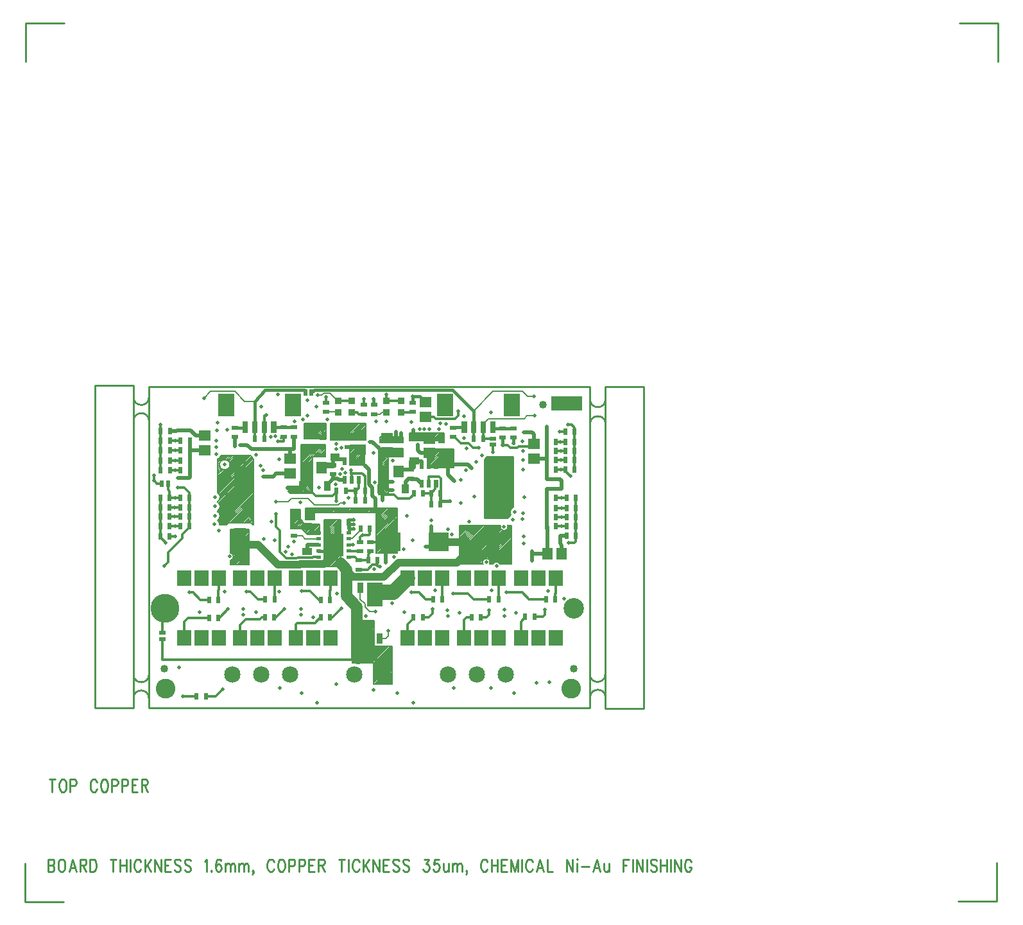
<source format=gbr>
*
*
G04 PADS Layout (Build Number 2007.21.1) generated Gerber (RS-274-X) file*
G04 PC Version=2.1*
*
%IN "2FOC-002.pcb"*%
*
%MOIN*%
*
%FSLAX35Y35*%
*
*
*
*
G04 PC Standard Apertures*
*
*
G04 Thermal Relief Aperture macro.*
%AMTER*
1,1,$1,0,0*
1,0,$1-$2,0,0*
21,0,$3,$4,0,0,45*
21,0,$3,$4,0,0,135*
%
*
*
G04 Annular Aperture macro.*
%AMANN*
1,1,$1,0,0*
1,0,$2,0,0*
%
*
*
G04 Odd Aperture macro.*
%AMODD*
1,1,$1,0,0*
1,0,$1-0.005,0,0*
%
*
*
G04 PC Custom Aperture Macros*
*
*
*
*
*
*
G04 PC Aperture Table*
*
%ADD010C,0.01*%
%ADD012C,0.03*%
%ADD015C,0.008*%
%ADD016R,0.035X0.024*%
%ADD019R,0.024X0.035*%
%ADD021R,0.032X0.032*%
%ADD024R,0.06X0.17323*%
%ADD026R,0.052X0.06*%
%ADD027R,0.06X0.052*%
%ADD028R,0.075X0.084*%
%ADD029C,0.085*%
%ADD032C,0.02*%
%ADD035C,0.04*%
%ADD036C,0.012*%
%ADD048R,0.16X0.076*%
%ADD070C,0.001*%
%ADD072R,0.02756X0.02756*%
%ADD073R,0.08268X0.08268*%
%ADD074R,0.03583X0.03583*%
%ADD075R,0.02087X0.02087*%
%ADD076R,0.01575X0.01575*%
%ADD077R,0.10236X0.10236*%
%ADD078R,0.09449X0.09449*%
%ADD079R,0.07992X0.07992*%
%ADD080R,0.02992X0.02992*%
%ADD081R,0.04X0.04*%
%ADD082C,0.01181*%
%ADD083C,0.00787*%
%ADD084C,0.05906*%
%ADD085C,0.03937*%
%ADD086C,0.01575*%
%ADD087C,0.01969*%
%ADD092C,0.02362*%
%ADD122C,0.10236*%
%ADD123C,0.14961*%
%ADD124C,0.1063*%
%ADD131C,0.00787*%
%ADD132C,0.07874*%
*
*
*
*
G04 PC Circuitry*
G04 Layer Name 2FOC-002.pcb - circuitry*
%LPD*%
*
*
G04 PC Custom Flashes*
G04 Layer Name 2FOC-002.pcb - flashes*
%LPD*%
*
*
G04 PC Circuitry*
G04 Layer Name 2FOC-002.pcb - circuitry*
%LPD*%
*
G54D10*
G01X1761433Y1435657D02*
Y1429094D01*
X1759843Y1435657D02*
X1763024D01*
X1766433D02*
X1765979Y1435344D01*
X1765524Y1434719*
X1765297Y1434094*
X1765070Y1433157*
Y1431594*
X1765297Y1430657*
X1765524Y1430032*
X1765979Y1429407*
X1766433Y1429094*
X1767343*
X1767797Y1429407*
X1768252Y1430032*
X1768479Y1430657*
X1768706Y1431594*
Y1433157*
X1768479Y1434094*
X1768252Y1434719*
X1767797Y1435344*
X1767343Y1435657*
X1766433*
X1770752D02*
Y1429094D01*
Y1435657D02*
X1772797D01*
X1773479Y1435344*
X1773706Y1435032*
X1773933Y1434407*
Y1433469*
X1773706Y1432844*
X1773479Y1432532*
X1772797Y1432219*
X1770752*
X1784615Y1434094D02*
X1784388Y1434719D01*
X1783933Y1435344*
X1783479Y1435657*
X1782570*
X1782115Y1435344*
X1781661Y1434719*
X1781433Y1434094*
X1781206Y1433157*
Y1431594*
X1781433Y1430657*
X1781661Y1430032*
X1782115Y1429407*
X1782570Y1429094*
X1783479*
X1783933Y1429407*
X1784388Y1430032*
X1784615Y1430657*
X1788024Y1435657D02*
X1787570Y1435344D01*
X1787115Y1434719*
X1786888Y1434094*
X1786661Y1433157*
Y1431594*
X1786888Y1430657*
X1787115Y1430032*
X1787570Y1429407*
X1788024Y1429094*
X1788933*
X1789388Y1429407*
X1789843Y1430032*
X1790070Y1430657*
X1790297Y1431594*
Y1433157*
X1790070Y1434094*
X1789843Y1434719*
X1789388Y1435344*
X1788933Y1435657*
X1788024*
X1792343D02*
Y1429094D01*
Y1435657D02*
X1794388D01*
X1795070Y1435344*
X1795297Y1435032*
X1795524Y1434407*
Y1433469*
X1795297Y1432844*
X1795070Y1432532*
X1794388Y1432219*
X1792343*
X1797570Y1435657D02*
Y1429094D01*
Y1435657D02*
X1799615D01*
X1800297Y1435344*
X1800524Y1435032*
X1800752Y1434407*
Y1433469*
X1800524Y1432844*
X1800297Y1432532*
X1799615Y1432219*
X1797570*
X1802797Y1435657D02*
Y1429094D01*
Y1435657D02*
X1805752D01*
X1802797Y1432532D02*
X1804615D01*
X1802797Y1429094D02*
X1805752D01*
X1807797Y1435657D02*
Y1429094D01*
Y1435657D02*
X1809843D01*
X1810524Y1435344*
X1810752Y1435032*
X1810979Y1434407*
Y1433782*
X1810752Y1433157*
X1810524Y1432844*
X1809843Y1432532*
X1807797*
X1809388D02*
X1810979Y1429094D01*
X1759252Y1394122D02*
Y1387559D01*
Y1394122D02*
X1761297D01*
X1761979Y1393809*
X1762207Y1393497*
X1762434Y1392872*
Y1392247*
X1762207Y1391622*
X1761979Y1391309*
X1761297Y1390997*
X1759252D02*
X1761297D01*
X1761979Y1390684*
X1762207Y1390372*
X1762434Y1389747*
Y1388809*
X1762207Y1388184*
X1761979Y1387872*
X1761297Y1387559*
X1759252*
X1765843Y1394122D02*
X1765388Y1393809D01*
X1764934Y1393184*
X1764707Y1392559*
X1764479Y1391622*
Y1390059*
X1764707Y1389122*
X1764934Y1388497*
X1765388Y1387872*
X1765843Y1387559*
X1766752*
X1767207Y1387872*
X1767661Y1388497*
X1767888Y1389122*
X1768116Y1390059*
Y1391622*
X1767888Y1392559*
X1767661Y1393184*
X1767207Y1393809*
X1766752Y1394122*
X1765843*
X1771979D02*
X1770161Y1387559D01*
X1771979Y1394122D02*
X1773797Y1387559D01*
X1770843Y1389747D02*
X1773116D01*
X1775843Y1394122D02*
Y1387559D01*
Y1394122D02*
X1777888D01*
X1778570Y1393809*
X1778797Y1393497*
X1779025Y1392872*
Y1392247*
X1778797Y1391622*
X1778570Y1391309*
X1777888Y1390997*
X1775843*
X1777434D02*
X1779025Y1387559D01*
X1781070Y1394122D02*
Y1387559D01*
Y1394122D02*
X1782661D01*
X1783343Y1393809*
X1783797Y1393184*
X1784025Y1392559*
X1784252Y1391622*
Y1390059*
X1784025Y1389122*
X1783797Y1388497*
X1783343Y1387872*
X1782661Y1387559*
X1781070*
X1793116Y1394122D02*
Y1387559D01*
X1791525Y1394122D02*
X1794707D01*
X1796752D02*
Y1387559D01*
X1799934Y1394122D02*
Y1387559D01*
X1796752Y1390997D02*
X1799934D01*
X1801979Y1394122D02*
Y1387559D01*
X1807434Y1392559D02*
X1807207Y1393184D01*
X1806752Y1393809*
X1806297Y1394122*
X1805388*
X1804934Y1393809*
X1804479Y1393184*
X1804252Y1392559*
X1804025Y1391622*
Y1390059*
X1804252Y1389122*
X1804479Y1388497*
X1804934Y1387872*
X1805388Y1387559*
X1806297*
X1806752Y1387872*
X1807207Y1388497*
X1807434Y1389122*
X1809479Y1394122D02*
Y1387559D01*
X1812661Y1394122D02*
X1809479Y1389747D01*
X1810616Y1391309D02*
X1812661Y1387559D01*
X1814707Y1394122D02*
Y1387559D01*
Y1394122D02*
X1817888Y1387559D01*
Y1394122D02*
Y1387559D01*
X1819934Y1394122D02*
Y1387559D01*
Y1394122D02*
X1822888D01*
X1819934Y1390997D02*
X1821752D01*
X1819934Y1387559D02*
X1822888D01*
X1828116Y1393184D02*
X1827661Y1393809D01*
X1826979Y1394122*
X1826070*
X1825388Y1393809*
X1824934Y1393184*
Y1392559*
X1825161Y1391934*
X1825388Y1391622*
X1825843Y1391309*
X1827207Y1390684*
X1827661Y1390372*
X1827888Y1390059*
X1828116Y1389434*
Y1388497*
X1827661Y1387872*
X1826979Y1387559*
X1826070*
X1825388Y1387872*
X1824934Y1388497*
X1833343Y1393184D02*
X1832888Y1393809D01*
X1832207Y1394122*
X1831297*
X1830616Y1393809*
X1830161Y1393184*
Y1392559*
X1830388Y1391934*
X1830616Y1391622*
X1831070Y1391309*
X1832434Y1390684*
X1832888Y1390372*
X1833116Y1390059*
X1833343Y1389434*
Y1388497*
X1832888Y1387872*
X1832207Y1387559*
X1831297*
X1830616Y1387872*
X1830161Y1388497*
X1840616Y1392872D02*
X1841070Y1393184D01*
X1841752Y1394122*
Y1387559*
X1844025Y1388184D02*
X1843797Y1387872D01*
X1844025Y1387559*
X1844252Y1387872*
X1844025Y1388184*
X1849025Y1393184D02*
X1848797Y1393809D01*
X1848116Y1394122*
X1847661*
X1846979Y1393809*
X1846525Y1392872*
X1846297Y1391309*
Y1389747*
X1846525Y1388497*
X1846979Y1387872*
X1847661Y1387559*
X1847888*
X1848570Y1387872*
X1849025Y1388497*
X1849252Y1389434*
Y1389747*
X1849025Y1390684*
X1848570Y1391309*
X1847888Y1391622*
X1847661*
X1846979Y1391309*
X1846525Y1390684*
X1846297Y1389747*
X1851297Y1391934D02*
Y1387559D01*
Y1390684D02*
X1851979Y1391622D01*
X1852434Y1391934*
X1853116*
X1853570Y1391622*
X1853797Y1390684*
Y1387559*
Y1390684D02*
X1854479Y1391622D01*
X1854934Y1391934*
X1855616*
X1856070Y1391622*
X1856297Y1390684*
Y1387559*
X1858343Y1391934D02*
Y1387559D01*
Y1390684D02*
X1859025Y1391622D01*
X1859479Y1391934*
X1860161*
X1860616Y1391622*
X1860843Y1390684*
Y1387559*
Y1390684D02*
X1861525Y1391622D01*
X1861979Y1391934*
X1862661*
X1863116Y1391622*
X1863343Y1390684*
Y1387559*
X1865843Y1387872D02*
X1865616Y1387559D01*
X1865388Y1387872*
X1865616Y1388184*
X1865843Y1387872*
Y1387247*
X1865616Y1386622*
X1865388Y1386309*
X1876525Y1392559D02*
X1876297Y1393184D01*
X1875843Y1393809*
X1875388Y1394122*
X1874479*
X1874025Y1393809*
X1873570Y1393184*
X1873343Y1392559*
X1873116Y1391622*
Y1390059*
X1873343Y1389122*
X1873570Y1388497*
X1874025Y1387872*
X1874479Y1387559*
X1875388*
X1875843Y1387872*
X1876297Y1388497*
X1876525Y1389122*
X1879934Y1394122D02*
X1879479Y1393809D01*
X1879025Y1393184*
X1878797Y1392559*
X1878570Y1391622*
Y1390059*
X1878797Y1389122*
X1879025Y1388497*
X1879479Y1387872*
X1879934Y1387559*
X1880843*
X1881297Y1387872*
X1881752Y1388497*
X1881979Y1389122*
X1882207Y1390059*
Y1391622*
X1881979Y1392559*
X1881752Y1393184*
X1881297Y1393809*
X1880843Y1394122*
X1879934*
X1884252D02*
Y1387559D01*
Y1394122D02*
X1886297D01*
X1886979Y1393809*
X1887207Y1393497*
X1887434Y1392872*
Y1391934*
X1887207Y1391309*
X1886979Y1390997*
X1886297Y1390684*
X1884252*
X1889479Y1394122D02*
Y1387559D01*
Y1394122D02*
X1891525D01*
X1892207Y1393809*
X1892434Y1393497*
X1892661Y1392872*
Y1391934*
X1892434Y1391309*
X1892207Y1390997*
X1891525Y1390684*
X1889479*
X1894707Y1394122D02*
Y1387559D01*
Y1394122D02*
X1897661D01*
X1894707Y1390997D02*
X1896525D01*
X1894707Y1387559D02*
X1897661D01*
X1899707Y1394122D02*
Y1387559D01*
Y1394122D02*
X1901752D01*
X1902434Y1393809*
X1902661Y1393497*
X1902888Y1392872*
Y1392247*
X1902661Y1391622*
X1902434Y1391309*
X1901752Y1390997*
X1899707*
X1901297D02*
X1902888Y1387559D01*
X1911752Y1394122D02*
Y1387559D01*
X1910161Y1394122D02*
X1913343D01*
X1915388D02*
Y1387559D01*
X1920843Y1392559D02*
X1920616Y1393184D01*
X1920161Y1393809*
X1919707Y1394122*
X1918797*
X1918343Y1393809*
X1917888Y1393184*
X1917661Y1392559*
X1917434Y1391622*
Y1390059*
X1917661Y1389122*
X1917888Y1388497*
X1918343Y1387872*
X1918797Y1387559*
X1919707*
X1920161Y1387872*
X1920616Y1388497*
X1920843Y1389122*
X1922888Y1394122D02*
Y1387559D01*
X1926070Y1394122D02*
X1922888Y1389747D01*
X1924025Y1391309D02*
X1926070Y1387559D01*
X1928116Y1394122D02*
Y1387559D01*
Y1394122D02*
X1931297Y1387559D01*
Y1394122D02*
Y1387559D01*
X1933343Y1394122D02*
Y1387559D01*
Y1394122D02*
X1936297D01*
X1933343Y1390997D02*
X1935161D01*
X1933343Y1387559D02*
X1936297D01*
X1941525Y1393184D02*
X1941070Y1393809D01*
X1940388Y1394122*
X1939479*
X1938797Y1393809*
X1938343Y1393184*
Y1392559*
X1938570Y1391934*
X1938797Y1391622*
X1939252Y1391309*
X1940616Y1390684*
X1941070Y1390372*
X1941297Y1390059*
X1941525Y1389434*
Y1388497*
X1941070Y1387872*
X1940388Y1387559*
X1939479*
X1938797Y1387872*
X1938343Y1388497*
X1946752Y1393184D02*
X1946297Y1393809D01*
X1945616Y1394122*
X1944707*
X1944025Y1393809*
X1943570Y1393184*
Y1392559*
X1943797Y1391934*
X1944025Y1391622*
X1944479Y1391309*
X1945843Y1390684*
X1946297Y1390372*
X1946525Y1390059*
X1946752Y1389434*
Y1388497*
X1946297Y1387872*
X1945616Y1387559*
X1944707*
X1944025Y1387872*
X1943570Y1388497*
X1954479Y1394122D02*
X1956979D01*
X1955616Y1391622*
X1956297*
X1956752Y1391309*
X1956979Y1390997*
X1957207Y1390059*
Y1389434*
X1956979Y1388497*
X1956525Y1387872*
X1955843Y1387559*
X1955161*
X1954479Y1387872*
X1954252Y1388184*
X1954025Y1388809*
X1962207Y1394122D02*
X1959934D01*
X1959707Y1391309*
X1959934Y1391622*
X1960616Y1391934*
X1961297*
X1961979Y1391622*
X1962434Y1390997*
X1962661Y1390059*
X1962434Y1389434*
X1962207Y1388497*
X1961752Y1387872*
X1961070Y1387559*
X1960388*
X1959707Y1387872*
X1959479Y1388184*
X1959252Y1388809*
X1964707Y1391934D02*
Y1388809D01*
X1964934Y1387872*
X1965388Y1387559*
X1966070*
X1966525Y1387872*
X1967207Y1388809*
Y1391934D02*
Y1387559D01*
X1969252Y1391934D02*
Y1387559D01*
Y1390684D02*
X1969934Y1391622D01*
X1970388Y1391934*
X1971070*
X1971525Y1391622*
X1971752Y1390684*
Y1387559*
Y1390684D02*
X1972434Y1391622D01*
X1972888Y1391934*
X1973570*
X1974025Y1391622*
X1974252Y1390684*
Y1387559*
X1976752Y1387872D02*
X1976525Y1387559D01*
X1976297Y1387872*
X1976525Y1388184*
X1976752Y1387872*
Y1387247*
X1976525Y1386622*
X1976297Y1386309*
X1987434Y1392559D02*
X1987207Y1393184D01*
X1986752Y1393809*
X1986297Y1394122*
X1985388*
X1984934Y1393809*
X1984479Y1393184*
X1984252Y1392559*
X1984025Y1391622*
Y1390059*
X1984252Y1389122*
X1984479Y1388497*
X1984934Y1387872*
X1985388Y1387559*
X1986297*
X1986752Y1387872*
X1987207Y1388497*
X1987434Y1389122*
X1989479Y1394122D02*
Y1387559D01*
X1992661Y1394122D02*
Y1387559D01*
X1989479Y1390997D02*
X1992661D01*
X1994707Y1394122D02*
Y1387559D01*
Y1394122D02*
X1997661D01*
X1994707Y1390997D02*
X1996525D01*
X1994707Y1387559D02*
X1997661D01*
X1999707Y1394122D02*
Y1387559D01*
Y1394122D02*
X2001525Y1387559D01*
X2003343Y1394122D02*
X2001525Y1387559D01*
X2003343Y1394122D02*
Y1387559D01*
X2005388Y1394122D02*
Y1387559D01*
X2010843Y1392559D02*
X2010616Y1393184D01*
X2010161Y1393809*
X2009707Y1394122*
X2008797*
X2008343Y1393809*
X2007888Y1393184*
X2007661Y1392559*
X2007434Y1391622*
Y1390059*
X2007661Y1389122*
X2007888Y1388497*
X2008343Y1387872*
X2008797Y1387559*
X2009707*
X2010161Y1387872*
X2010616Y1388497*
X2010843Y1389122*
X2014707Y1394122D02*
X2012888Y1387559D01*
X2014707Y1394122D02*
X2016525Y1387559D01*
X2013570Y1389747D02*
X2015843D01*
X2018570Y1394122D02*
Y1387559D01*
X2021297*
X2028570Y1394122D02*
Y1387559D01*
Y1394122D02*
X2031752Y1387559D01*
Y1394122D02*
Y1387559D01*
X2033797Y1394122D02*
X2034025Y1393809D01*
X2034252Y1394122*
X2034025Y1394434*
X2033797Y1394122*
X2034025Y1391934D02*
Y1387559D01*
X2036297Y1390372D02*
X2040388D01*
X2044252Y1394122D02*
X2042434Y1387559D01*
X2044252Y1394122D02*
X2046070Y1387559D01*
X2043116Y1389747D02*
X2045388D01*
X2048116Y1391934D02*
Y1388809D01*
X2048343Y1387872*
X2048797Y1387559*
X2049479*
X2049934Y1387872*
X2050616Y1388809*
Y1391934D02*
Y1387559D01*
X2057888Y1394122D02*
Y1387559D01*
Y1394122D02*
X2060843D01*
X2057888Y1390997D02*
X2059707D01*
X2062888Y1394122D02*
Y1387559D01*
X2064934Y1394122D02*
Y1387559D01*
Y1394122D02*
X2068116Y1387559D01*
Y1394122D02*
Y1387559D01*
X2070161Y1394122D02*
Y1387559D01*
X2075388Y1393184D02*
X2074934Y1393809D01*
X2074252Y1394122*
X2073343*
X2072661Y1393809*
X2072207Y1393184*
Y1392559*
X2072434Y1391934*
X2072661Y1391622*
X2073116Y1391309*
X2074479Y1390684*
X2074934Y1390372*
X2075161Y1390059*
X2075388Y1389434*
Y1388497*
X2074934Y1387872*
X2074252Y1387559*
X2073343*
X2072661Y1387872*
X2072207Y1388497*
X2077434Y1394122D02*
Y1387559D01*
X2080616Y1394122D02*
Y1387559D01*
X2077434Y1390997D02*
X2080616D01*
X2082661Y1394122D02*
Y1387559D01*
X2084707Y1394122D02*
Y1387559D01*
Y1394122D02*
X2087888Y1387559D01*
Y1394122D02*
Y1387559D01*
X2093343Y1392559D02*
X2093116Y1393184D01*
X2092661Y1393809*
X2092207Y1394122*
X2091297*
X2090843Y1393809*
X2090388Y1393184*
X2090161Y1392559*
X2089934Y1391622*
Y1390059*
X2090161Y1389122*
X2090388Y1388497*
X2090843Y1387872*
X2091297Y1387559*
X2092207*
X2092661Y1387872*
X2093116Y1388497*
X2093343Y1389122*
Y1390059*
X2092207D02*
X2093343D01*
X1811638Y1472618D02*
X2040748D01*
Y1639331*
X1811638*
Y1472618*
X1767520Y1828110D02*
X1747520D01*
Y1808110*
X1747441Y1391890D02*
Y1371890D01*
X1767441*
X2232087Y1372205D02*
X2252087D01*
Y1392205*
X2252559Y1808031D02*
Y1828031D01*
X2232559*
X1803543Y1640118D02*
Y1472598D01*
X1783465*
Y1639921*
X1803346*
X2040757Y1632696D02*
G75*
G03X2048757I4000J0D01*
G01X2048791Y1619988D02*
G03X2040791I-4000J-0D01*
G01X1803664Y1633822D02*
G03X1811664I4000J0D01*
G01X1811677Y1621551D02*
G03X1803677I-4000J0D01*
G01X1803664Y1489924D02*
G03X1811664I4000J0D01*
G01X1811612Y1477656D02*
G03X1803612I-4000J-0D01*
G01X2040672Y1490121D02*
G03X2048672I4000J0D01*
G01X2068504Y1472205D02*
X2048728D01*
Y1639331*
X2068504*
Y1472205*
X2048805Y1478060D02*
G03X2040805I-4000J-0D01*
G54D12*
G01X1901233Y1597264D02*
X1902633Y1598664D01*
X1907433*
G54D15*
X1886791Y1561903D02*
X1891191D01*
X1892738Y1560356*
X1899746*
X1886791Y1566703D02*
X1886817Y1566677D01*
X1893791*
X1915494Y1554057D02*
X1915648Y1553903D01*
X1964978Y1611404D02*
Y1615328D01*
X1946880*
Y1611404*
X1964978*
X1905833Y1611664D02*
X1924206D01*
Y1620446*
X1905833*
Y1611664*
X1911214Y1546030D02*
Y1570403D01*
X1902691*
Y1546030*
X1911214*
X1915833Y1598664D02*
Y1608864D01*
X1923616*
Y1598664*
X1915833*
X1956431Y1597231D02*
Y1606864D01*
X1970096*
Y1597231*
X1956431*
X1900391Y1562703D02*
Y1568065D01*
X1892748*
X1890151Y1570661*
Y1575545*
X1885191*
Y1565703*
X1890957*
X1893957Y1562703*
X1900391*
X1943655Y1610203D02*
Y1613163D01*
X1931660*
Y1610203*
X1943655*
X1892132Y1612369D02*
X1903734D01*
Y1620446*
X1892132*
Y1612369*
X1931109Y1607238D02*
X1943655D01*
Y1603042*
X1936041*
Y1583235*
X1931109*
Y1607238*
X1929731Y1553117D02*
Y1573806D01*
X1897395*
Y1570365*
X1893117*
Y1576332*
X1940742*
Y1553117*
X1929731*
X1928353Y1485006D02*
Y1495833D01*
X1917353*
Y1518084*
X1928757*
Y1504502*
X1937986*
Y1485006*
X1928353*
X1903340Y1609206D02*
Y1603117D01*
X1896647*
Y1584042*
X1890581*
Y1609206*
X1903340*
X1961926Y1611404D02*
X1964978Y1614456D01*
X1962944Y1611404D02*
X1964978Y1613438D01*
X1963962Y1611404D02*
X1964978Y1612420D01*
X1960908Y1611404D02*
X1964832Y1615328D01*
X1959889Y1611404D02*
X1963814Y1615328D01*
X1958871Y1611404D02*
X1962796Y1615328D01*
X1957853Y1611404D02*
X1961777Y1615328D01*
X1956835Y1611404D02*
X1960759Y1615328D01*
X1955816Y1611404D02*
X1959741Y1615328D01*
X1954798Y1611404D02*
X1958723Y1615328D01*
X1953780Y1611404D02*
X1957704Y1615328D01*
X1952762Y1611404D02*
X1956686Y1615328D01*
X1951744Y1611404D02*
X1955668Y1615328D01*
X1950725Y1611404D02*
X1954650Y1615328D01*
X1949707Y1611404D02*
X1953631Y1615328D01*
X1948689Y1611404D02*
X1952613Y1615328D01*
X1947671Y1611404D02*
X1951595Y1615328D01*
X1946880Y1611632D02*
X1950577Y1615328D01*
X1946880Y1612650D02*
X1949559Y1615328D01*
X1946880Y1613668D02*
X1948540Y1615328D01*
X1946880Y1614687D02*
X1947522Y1615328D01*
X1916063Y1611664D02*
X1924206Y1619807D01*
X1917081Y1611664D02*
X1924206Y1618789D01*
X1918100Y1611664D02*
X1924206Y1617771D01*
X1919118Y1611664D02*
X1924206Y1616752D01*
X1920136Y1611664D02*
X1924206Y1615734D01*
X1921154Y1611664D02*
X1924206Y1614716D01*
X1922172Y1611664D02*
X1924206Y1613698D01*
X1923191Y1611664D02*
X1924206Y1612679D01*
X1915045Y1611664D02*
X1923828Y1620446D01*
X1914027Y1611664D02*
X1922809Y1620446D01*
X1913008Y1611664D02*
X1921791Y1620446D01*
X1911990Y1611664D02*
X1920773Y1620446D01*
X1910972Y1611664D02*
X1919755Y1620446D01*
X1909954Y1611664D02*
X1918736Y1620446D01*
X1908935Y1611664D02*
X1917718Y1620446D01*
X1907917Y1611664D02*
X1916700Y1620446D01*
X1906899Y1611664D02*
X1915682Y1620446D01*
X1905881Y1611664D02*
X1914663Y1620446D01*
X1905833Y1612634D02*
X1913645Y1620446D01*
X1905833Y1613653D02*
X1912627Y1620446D01*
X1905833Y1614671D02*
X1911609Y1620446D01*
X1905833Y1615689D02*
X1910590Y1620446D01*
X1905833Y1616707D02*
X1909572Y1620446D01*
X1905833Y1617726D02*
X1908554Y1620446D01*
X1905833Y1618744D02*
X1907536Y1620446D01*
X1905833Y1619762D02*
X1906518Y1620446D01*
X1902691Y1560924D02*
X1911214Y1569447D01*
X1902691Y1559906D02*
X1911214Y1568428D01*
X1902691Y1558887D02*
X1911214Y1567410D01*
X1902691Y1557869D02*
X1911214Y1566392D01*
X1902691Y1556851D02*
X1911214Y1565374D01*
X1902691Y1555833D02*
X1911214Y1564355D01*
X1902691Y1554814D02*
X1911214Y1563337D01*
X1902691Y1553796D02*
X1911214Y1562319D01*
X1902691Y1552778D02*
X1911214Y1561301D01*
X1902691Y1551760D02*
X1911214Y1560283D01*
X1902691Y1550742D02*
X1911214Y1559264D01*
X1902691Y1549723D02*
X1911214Y1558246D01*
X1902691Y1548705D02*
X1911214Y1557228D01*
X1902691Y1547687D02*
X1911214Y1556210D01*
X1902691Y1546669D02*
X1911214Y1555191D01*
X1903071Y1546030D02*
X1911214Y1554173D01*
X1904089Y1546030D02*
X1911214Y1553155D01*
X1905107Y1546030D02*
X1911214Y1552137D01*
X1906126Y1546030D02*
X1911214Y1551118D01*
X1907144Y1546030D02*
X1911214Y1550100D01*
X1908162Y1546030D02*
X1911214Y1549082D01*
X1909180Y1546030D02*
X1911214Y1548064D01*
X1910199Y1546030D02*
X1911214Y1547046D01*
X1902691Y1561942D02*
X1911152Y1570403D01*
X1902691Y1562960D02*
X1910134Y1570403D01*
X1902691Y1563979D02*
X1909116Y1570403D01*
X1902691Y1564997D02*
X1908098Y1570403D01*
X1902691Y1566015D02*
X1907079Y1570403D01*
X1902691Y1567033D02*
X1906061Y1570403D01*
X1902691Y1568051D02*
X1905043Y1570403D01*
X1902691Y1569070D02*
X1904025Y1570403D01*
X1902691Y1570088D02*
X1903007Y1570403D01*
X1915833Y1601061D02*
X1923616Y1608843D01*
X1915833Y1600043D02*
X1923616Y1607825D01*
X1915833Y1599024D02*
X1923616Y1606807D01*
X1916491Y1598664D02*
X1923616Y1605789D01*
X1917509Y1598664D02*
X1923616Y1604771D01*
X1918527Y1598664D02*
X1923616Y1603752D01*
X1919545Y1598664D02*
X1923616Y1602734D01*
X1920564Y1598664D02*
X1923616Y1601716D01*
X1921582Y1598664D02*
X1923616Y1600698D01*
X1922600Y1598664D02*
X1923616Y1599679D01*
X1915833Y1602079D02*
X1922618Y1608864D01*
X1915833Y1603097D02*
X1921600Y1608864D01*
X1915833Y1604116D02*
X1920581Y1608864D01*
X1915833Y1605134D02*
X1919563Y1608864D01*
X1915833Y1606152D02*
X1918545Y1608864D01*
X1915833Y1607170D02*
X1917527Y1608864D01*
X1915833Y1608188D02*
X1916508Y1608864D01*
X1960935Y1597231D02*
X1970096Y1606392D01*
X1961953Y1597231D02*
X1970096Y1605374D01*
X1962971Y1597231D02*
X1970096Y1604356D01*
X1963989Y1597231D02*
X1970096Y1603337D01*
X1965008Y1597231D02*
X1970096Y1602319D01*
X1966026Y1597231D02*
X1970096Y1601301D01*
X1967044Y1597231D02*
X1970096Y1600283D01*
X1968062Y1597231D02*
X1970096Y1599265D01*
X1969080Y1597231D02*
X1970096Y1598246D01*
X1959916Y1597231D02*
X1969549Y1606864D01*
X1958898Y1597231D02*
X1968531Y1606864D01*
X1957880Y1597231D02*
X1967513Y1606864D01*
X1956862Y1597231D02*
X1966495Y1606864D01*
X1956431Y1597819D02*
X1965476Y1606864D01*
X1956431Y1598837D02*
X1964458Y1606864D01*
X1956431Y1599855D02*
X1963440Y1606864D01*
X1956431Y1600874D02*
X1962422Y1606864D01*
X1956431Y1601892D02*
X1961404Y1606864D01*
X1956431Y1602910D02*
X1960385Y1606864D01*
X1956431Y1603928D02*
X1959367Y1606864D01*
X1956431Y1604946D02*
X1958349Y1606864D01*
X1956431Y1605965D02*
X1957331Y1606864D01*
X1895303Y1562703D02*
X1900391Y1567792D01*
X1896321Y1562703D02*
X1900391Y1566773D01*
X1897339Y1562703D02*
X1900391Y1565755D01*
X1898358Y1562703D02*
X1900391Y1564737D01*
X1899376Y1562703D02*
X1900391Y1563719D01*
X1894285Y1562703D02*
X1899646Y1568065D01*
X1893612Y1563048D02*
X1898628Y1568065D01*
X1893103Y1563558D02*
X1897610Y1568065D01*
X1892593Y1564067D02*
X1896591Y1568065D01*
X1892084Y1564576D02*
X1895573Y1568065D01*
X1891575Y1565085D02*
X1894555Y1568065D01*
X1891066Y1565594D02*
X1893537Y1568065D01*
X1890157Y1565703D02*
X1892633Y1568179D01*
X1889139Y1565703D02*
X1892124Y1568688D01*
X1888120Y1565703D02*
X1891615Y1569197D01*
X1887102Y1565703D02*
X1891106Y1569707D01*
X1886084Y1565703D02*
X1890597Y1570216D01*
X1885191Y1569902D02*
X1890151Y1574862D01*
X1885191Y1568883D02*
X1890151Y1573843D01*
X1885191Y1567865D02*
X1890151Y1572825D01*
X1885191Y1566847D02*
X1890151Y1571807D01*
X1885191Y1565829D02*
X1890151Y1570789D01*
X1885191Y1570920D02*
X1889816Y1575545D01*
X1885191Y1571938D02*
X1888798Y1575545D01*
X1885191Y1572956D02*
X1887780Y1575545D01*
X1885191Y1573975D02*
X1886762Y1575545D01*
X1885191Y1574993D02*
X1885743Y1575545D01*
X1941621Y1610203D02*
X1943655Y1612237D01*
X1942640Y1610203D02*
X1943655Y1611219D01*
X1940603Y1610203D02*
X1943563Y1613163D01*
X1939585Y1610203D02*
X1942545Y1613163D01*
X1938567Y1610203D02*
X1941526Y1613163D01*
X1937548Y1610203D02*
X1940508Y1613163D01*
X1936530Y1610203D02*
X1939490Y1613163D01*
X1935512Y1610203D02*
X1938472Y1613163D01*
X1934494Y1610203D02*
X1937453Y1613163D01*
X1933475Y1610203D02*
X1936435Y1613163D01*
X1932457Y1610203D02*
X1935417Y1613163D01*
X1931660Y1610424D02*
X1934399Y1613163D01*
X1931660Y1611442D02*
X1933381Y1613163D01*
X1931660Y1612461D02*
X1932362Y1613163D01*
X1896609Y1612369D02*
X1903734Y1619494D01*
X1897627Y1612369D02*
X1903734Y1618475D01*
X1898645Y1612369D02*
X1903734Y1617457D01*
X1899664Y1612369D02*
X1903734Y1616439D01*
X1900682Y1612369D02*
X1903734Y1615421D01*
X1901700Y1612369D02*
X1903734Y1614402D01*
X1902718Y1612369D02*
X1903734Y1613384D01*
X1895591Y1612369D02*
X1903669Y1620446D01*
X1894572Y1612369D02*
X1902650Y1620446D01*
X1893554Y1612369D02*
X1901632Y1620446D01*
X1892536Y1612369D02*
X1900614Y1620446D01*
X1892132Y1612983D02*
X1899596Y1620446D01*
X1892132Y1614001D02*
X1898577Y1620446D01*
X1892132Y1615020D02*
X1897559Y1620446D01*
X1892132Y1616038D02*
X1896541Y1620446D01*
X1892132Y1617056D02*
X1895523Y1620446D01*
X1892132Y1618074D02*
X1894504Y1620446D01*
X1892132Y1619093D02*
X1893486Y1620446D01*
X1892132Y1620111D02*
X1892468Y1620446D01*
X1940045Y1603042D02*
X1943655Y1606651D01*
X1941064Y1603042D02*
X1943655Y1605633D01*
X1942082Y1603042D02*
X1943655Y1604615D01*
X1943100Y1603042D02*
X1943655Y1603597D01*
X1939027Y1603042D02*
X1943223Y1607238D01*
X1938009Y1603042D02*
X1942205Y1607238D01*
X1936991Y1603042D02*
X1941187Y1607238D01*
X1931109Y1598178D02*
X1940169Y1607238D01*
X1931109Y1599196D02*
X1939150Y1607238D01*
X1931109Y1600214D02*
X1938132Y1607238D01*
X1931109Y1601233D02*
X1937114Y1607238D01*
X1931109Y1602251D02*
X1936096Y1607238D01*
X1931109Y1597160D02*
X1936041Y1602092D01*
X1931109Y1596141D02*
X1936041Y1601074D01*
X1931109Y1595123D02*
X1936041Y1600055D01*
X1931109Y1594105D02*
X1936041Y1599037D01*
X1931109Y1593087D02*
X1936041Y1598019D01*
X1931109Y1592068D02*
X1936041Y1597001D01*
X1931109Y1591050D02*
X1936041Y1595983D01*
X1931109Y1590032D02*
X1936041Y1594964D01*
X1931109Y1589014D02*
X1936041Y1593946D01*
X1931109Y1587996D02*
X1936041Y1592928D01*
X1931109Y1586977D02*
X1936041Y1591910D01*
X1931109Y1585959D02*
X1936041Y1590891D01*
X1931109Y1584941D02*
X1936041Y1589873D01*
X1931109Y1583923D02*
X1936041Y1588855D01*
X1931439Y1583235D02*
X1936041Y1587837D01*
X1932457Y1583235D02*
X1936041Y1586818D01*
X1933475Y1583235D02*
X1936041Y1585800D01*
X1934494Y1583235D02*
X1936041Y1584782D01*
X1935512Y1583235D02*
X1936041Y1583764D01*
X1931109Y1603269D02*
X1935077Y1607238D01*
X1931109Y1604287D02*
X1934059Y1607238D01*
X1931109Y1605306D02*
X1933041Y1607238D01*
X1931109Y1606324D02*
X1932023Y1607238D01*
X1929731Y1564504D02*
X1940742Y1575515D01*
X1929731Y1563486D02*
X1940742Y1574497D01*
X1929731Y1562468D02*
X1940742Y1573479D01*
X1929731Y1561449D02*
X1940742Y1572460D01*
X1929731Y1560431D02*
X1940742Y1571442D01*
X1929731Y1559413D02*
X1940742Y1570424D01*
X1929731Y1558395D02*
X1940742Y1569406D01*
X1929731Y1557376D02*
X1940742Y1568387D01*
X1929731Y1556358D02*
X1940742Y1567369D01*
X1929731Y1555340D02*
X1940742Y1566351D01*
X1929731Y1554322D02*
X1940742Y1565333D01*
X1929731Y1553303D02*
X1940742Y1564314D01*
X1930562Y1553117D02*
X1940742Y1563296D01*
X1931580Y1553117D02*
X1940742Y1562278D01*
X1932598Y1553117D02*
X1940742Y1561260D01*
X1933617Y1553117D02*
X1940742Y1560242D01*
X1934635Y1553117D02*
X1940742Y1559223D01*
X1935653Y1553117D02*
X1940742Y1558205D01*
X1936671Y1553117D02*
X1940742Y1557187D01*
X1937690Y1553117D02*
X1940742Y1556169D01*
X1938708Y1553117D02*
X1940742Y1555150D01*
X1939726Y1553117D02*
X1940742Y1554132D01*
X1929731Y1565522D02*
X1940541Y1576332D01*
X1929731Y1566540D02*
X1939523Y1576332D01*
X1929731Y1567559D02*
X1938504Y1576332D01*
X1929731Y1568577D02*
X1937486Y1576332D01*
X1929731Y1569595D02*
X1936468Y1576332D01*
X1929731Y1570613D02*
X1935450Y1576332D01*
X1929731Y1571632D02*
X1934431Y1576332D01*
X1929731Y1572650D02*
X1933413Y1576332D01*
X1929731Y1573668D02*
X1932395Y1576332D01*
X1928850Y1573806D02*
X1931377Y1576332D01*
X1927832Y1573806D02*
X1930358Y1576332D01*
X1926813Y1573806D02*
X1929340Y1576332D01*
X1925795Y1573806D02*
X1928322Y1576332D01*
X1924777Y1573806D02*
X1927304Y1576332D01*
X1923759Y1573806D02*
X1926285Y1576332D01*
X1922740Y1573806D02*
X1925267Y1576332D01*
X1921722Y1573806D02*
X1924249Y1576332D01*
X1920704Y1573806D02*
X1923231Y1576332D01*
X1919686Y1573806D02*
X1922213Y1576332D01*
X1918668Y1573806D02*
X1921194Y1576332D01*
X1917649Y1573806D02*
X1920176Y1576332D01*
X1916631Y1573806D02*
X1919158Y1576332D01*
X1915613Y1573806D02*
X1918140Y1576332D01*
X1914595Y1573806D02*
X1917121Y1576332D01*
X1913576Y1573806D02*
X1916103Y1576332D01*
X1912558Y1573806D02*
X1915085Y1576332D01*
X1911540Y1573806D02*
X1914067Y1576332D01*
X1910522Y1573806D02*
X1913048Y1576332D01*
X1909503Y1573806D02*
X1912030Y1576332D01*
X1908485Y1573806D02*
X1911012Y1576332D01*
X1907467Y1573806D02*
X1909994Y1576332D01*
X1906449Y1573806D02*
X1908975Y1576332D01*
X1905430Y1573806D02*
X1907957Y1576332D01*
X1904412Y1573806D02*
X1906939Y1576332D01*
X1903394Y1573806D02*
X1905921Y1576332D01*
X1902376Y1573806D02*
X1904903Y1576332D01*
X1901358Y1573806D02*
X1903884Y1576332D01*
X1900339Y1573806D02*
X1902866Y1576332D01*
X1899321Y1573806D02*
X1901848Y1576332D01*
X1898303Y1573806D02*
X1900830Y1576332D01*
X1893844Y1570365D02*
X1899811Y1576332D01*
X1893117Y1570656D02*
X1898793Y1576332D01*
X1893117Y1571674D02*
X1897775Y1576332D01*
X1894862Y1570365D02*
X1897395Y1572898D01*
X1895880Y1570365D02*
X1897395Y1571880D01*
X1896898Y1570365D02*
X1897395Y1570861D01*
X1893117Y1572692D02*
X1896757Y1576332D01*
X1893117Y1573710D02*
X1895738Y1576332D01*
X1893117Y1574729D02*
X1894720Y1576332D01*
X1893117Y1575747D02*
X1893702Y1576332D01*
X1928353Y1494717D02*
X1937986Y1504350D01*
X1928353Y1493699D02*
X1937986Y1503332D01*
X1928353Y1492681D02*
X1937986Y1502314D01*
X1928353Y1491662D02*
X1937986Y1501295D01*
X1928353Y1490644D02*
X1937986Y1500277D01*
X1928353Y1489626D02*
X1937986Y1499259D01*
X1928353Y1488608D02*
X1937986Y1498241D01*
X1928353Y1487589D02*
X1937986Y1497222D01*
X1928353Y1486571D02*
X1937986Y1496204D01*
X1928353Y1485553D02*
X1937986Y1495186D01*
X1928824Y1485006D02*
X1937986Y1494168D01*
X1929843Y1485006D02*
X1937986Y1493150D01*
X1930861Y1485006D02*
X1937986Y1492131D01*
X1931879Y1485006D02*
X1937986Y1491113D01*
X1932897Y1485006D02*
X1937986Y1490095D01*
X1933916Y1485006D02*
X1937986Y1489077D01*
X1934934Y1485006D02*
X1937986Y1488058D01*
X1935952Y1485006D02*
X1937986Y1487040D01*
X1936970Y1485006D02*
X1937986Y1486022D01*
X1928353Y1495735D02*
X1937119Y1504502D01*
X1927432Y1495833D02*
X1936101Y1504502D01*
X1926414Y1495833D02*
X1935083Y1504502D01*
X1925396Y1495833D02*
X1934064Y1504502D01*
X1924378Y1495833D02*
X1933046Y1504502D01*
X1923359Y1495833D02*
X1932028Y1504502D01*
X1922341Y1495833D02*
X1931010Y1504502D01*
X1921323Y1495833D02*
X1929991Y1504502D01*
X1920305Y1495833D02*
X1928973Y1504502D01*
X1917353Y1506118D02*
X1928757Y1517523D01*
X1917353Y1505100D02*
X1928757Y1516505D01*
X1917353Y1504082D02*
X1928757Y1515486D01*
X1917353Y1503063D02*
X1928757Y1514468D01*
X1917353Y1502045D02*
X1928757Y1513450D01*
X1917353Y1501027D02*
X1928757Y1512432D01*
X1917353Y1500009D02*
X1928757Y1511414D01*
X1917353Y1498991D02*
X1928757Y1510395D01*
X1917353Y1497972D02*
X1928757Y1509377D01*
X1917353Y1496954D02*
X1928757Y1508359D01*
X1917353Y1495936D02*
X1928757Y1507341D01*
X1918268Y1495833D02*
X1928757Y1506322D01*
X1919286Y1495833D02*
X1928757Y1505304D01*
X1917353Y1507136D02*
X1928301Y1518084D01*
X1917353Y1508155D02*
X1927282Y1518084D01*
X1917353Y1509173D02*
X1926264Y1518084D01*
X1917353Y1510191D02*
X1925246Y1518084D01*
X1917353Y1511209D02*
X1924228Y1518084D01*
X1917353Y1512228D02*
X1923209Y1518084D01*
X1917353Y1513246D02*
X1922191Y1518084D01*
X1917353Y1514264D02*
X1921173Y1518084D01*
X1917353Y1515282D02*
X1920155Y1518084D01*
X1917353Y1516301D02*
X1919136Y1518084D01*
X1917353Y1517319D02*
X1918118Y1518084D01*
X1897980Y1603117D02*
X1903340Y1608477D01*
X1898998Y1603117D02*
X1903340Y1607458D01*
X1900016Y1603117D02*
X1903340Y1606440D01*
X1901035Y1603117D02*
X1903340Y1605422D01*
X1902053Y1603117D02*
X1903340Y1604404D01*
X1903071Y1603117D02*
X1903340Y1603386D01*
X1896962Y1603117D02*
X1903052Y1609206D01*
X1890581Y1597754D02*
X1902033Y1609206D01*
X1890581Y1598772D02*
X1901015Y1609206D01*
X1890581Y1599791D02*
X1899997Y1609206D01*
X1890581Y1600809D02*
X1898979Y1609206D01*
X1890581Y1601827D02*
X1897960Y1609206D01*
X1890581Y1602845D02*
X1896942Y1609206D01*
X1890581Y1596736D02*
X1896647Y1602802D01*
X1890581Y1595718D02*
X1896647Y1601784D01*
X1890581Y1594699D02*
X1896647Y1600766D01*
X1890581Y1593681D02*
X1896647Y1599747D01*
X1890581Y1592663D02*
X1896647Y1598729D01*
X1890581Y1591645D02*
X1896647Y1597711D01*
X1890581Y1590627D02*
X1896647Y1596693D01*
X1890581Y1589608D02*
X1896647Y1595674D01*
X1890581Y1588590D02*
X1896647Y1594656D01*
X1890581Y1587572D02*
X1896647Y1593638D01*
X1890581Y1586554D02*
X1896647Y1592620D01*
X1890581Y1585535D02*
X1896647Y1591601D01*
X1890581Y1584517D02*
X1896647Y1590583D01*
X1891124Y1584042D02*
X1896647Y1589565D01*
X1892142Y1584042D02*
X1896647Y1588547D01*
X1893160Y1584042D02*
X1896647Y1587529D01*
X1894179Y1584042D02*
X1896647Y1586510D01*
X1895197Y1584042D02*
X1896647Y1585492D01*
X1896215Y1584042D02*
X1896647Y1584474D01*
X1890581Y1603864D02*
X1895924Y1609206D01*
X1890581Y1604882D02*
X1894906Y1609206D01*
X1890581Y1605900D02*
X1893887Y1609206D01*
X1890581Y1606918D02*
X1892869Y1609206D01*
X1890581Y1607936D02*
X1891851Y1609206D01*
X1890581Y1608955D02*
X1890833Y1609206D01*
X1853692Y1598799D02*
G03X1853692I-2684J0D01*
G01X1863576Y1546817D02*
Y1565387D01*
X1853943*
Y1553100*
Y1549223D02*
G03Y1553100I-376J1938D01*
G01Y1549223D02*
Y1546817D01*
X1863576*
X1865939Y1567487D02*
Y1601632D01*
X1864695Y1603498D02*
G03X1865939Y1601632I2651J419D01*
G01X1864695Y1603498D02*
X1849021D01*
X1847447Y1601797D02*
G03X1849021Y1603498I-990J2494D01*
G01X1847447Y1601797D02*
Y1584216D01*
Y1579878D02*
G03Y1584216I-1581J2169D01*
G01Y1579878D02*
Y1579332D01*
Y1574959D02*
G03Y1579332I-1557J2187D01*
G01Y1574959D02*
Y1574374D01*
Y1570036D02*
G03Y1574374I-1581J2169D01*
G01Y1570036D02*
Y1569885D01*
X1848325Y1567487D02*
G03X1847447Y1569885I-2656J387D01*
G01X1848325Y1567487D02*
X1852002D01*
X1853943Y1568787D02*
G03X1852002Y1567487I0J-2100D01*
G01X1853943Y1568787D02*
X1863576D01*
X1865518Y1567487D02*
G03X1863576Y1568787I-1942J-800D01*
G01X1865518Y1567487D02*
X1865939D01*
X1999994Y1547211D02*
Y1567277D01*
X1997909*
X1994264D02*
G03X1997909I1823J-761D01*
G01X1994264D02*
X1972841D01*
Y1547211*
X1985130*
X1988539D02*
G03X1985130I-1704J998D01*
G01X1988539D02*
X1990333D01*
X1993966D02*
G03X1990333I-1816J-774D01*
G01X1993966D02*
X1999994D01*
X1853692Y1598799D02*
G03X1853692I-2684J0D01*
G01X1853943Y1555510D02*
X1863576Y1565143D01*
X1853943Y1554492D02*
X1863576Y1564125D01*
X1853943Y1553473D02*
X1863576Y1563106D01*
X1854427Y1552939D02*
X1863576Y1562088D01*
X1855013Y1552506D02*
X1863576Y1561070D01*
X1855406Y1551881D02*
X1863576Y1560052D01*
X1855534Y1550992D02*
X1863576Y1559033D01*
X1853943Y1548382D02*
X1863576Y1558015D01*
X1853943Y1547364D02*
X1863576Y1556997D01*
X1854415Y1546817D02*
X1863576Y1555979D01*
X1855433Y1546817D02*
X1863576Y1554961D01*
X1856451Y1546817D02*
X1863576Y1553942D01*
X1857470Y1546817D02*
X1863576Y1552924D01*
X1858488Y1546817D02*
X1863576Y1551906D01*
X1859506Y1546817D02*
X1863576Y1550888D01*
X1860524Y1546817D02*
X1863576Y1549869D01*
X1861543Y1546817D02*
X1863576Y1548851D01*
X1862561Y1546817D02*
X1863576Y1547833D01*
X1853943Y1556528D02*
X1862802Y1565387D01*
X1853943Y1557546D02*
X1861784Y1565387D01*
X1853943Y1558565D02*
X1860765Y1565387D01*
X1853943Y1559583D02*
X1859747Y1565387D01*
X1853943Y1560601D02*
X1858729Y1565387D01*
X1853943Y1561619D02*
X1857711Y1565387D01*
X1853943Y1562637D02*
X1856692Y1565387D01*
X1853943Y1563656D02*
X1855674Y1565387D01*
X1853943Y1564674D02*
X1854656Y1565387D01*
X1848209Y1583357D02*
X1865939Y1601086D01*
X1848489Y1582618D02*
X1865939Y1600067D01*
X1848517Y1581628D02*
X1865939Y1599049D01*
X1847447Y1579540D02*
X1865939Y1598031D01*
X1847877Y1578951D02*
X1865939Y1597013D01*
X1848290Y1578346D02*
X1865939Y1595995D01*
X1848539Y1577577D02*
X1865939Y1594976D01*
X1848500Y1576519D02*
X1865939Y1593958D01*
X1847447Y1574449D02*
X1865939Y1592940D01*
X1847934Y1573917D02*
X1865939Y1591922D01*
X1848322Y1573287D02*
X1865939Y1590903D01*
X1848536Y1572483D02*
X1865939Y1589885D01*
X1848405Y1571333D02*
X1865939Y1588867D01*
X1847709Y1569619D02*
X1865939Y1587849D01*
X1848107Y1568999D02*
X1865939Y1586830D01*
X1848333Y1568207D02*
X1865939Y1585812D01*
X1848631Y1567487D02*
X1865939Y1584794D01*
X1849649Y1567487D02*
X1865939Y1583776D01*
X1850668Y1567487D02*
X1865939Y1582757D01*
X1851686Y1567487D02*
X1865939Y1581739D01*
X1854004Y1568787D02*
X1865939Y1580721D01*
X1855022Y1568787D02*
X1865939Y1579703D01*
X1856041Y1568787D02*
X1865939Y1578685D01*
X1857059Y1568787D02*
X1865939Y1577666D01*
X1858077Y1568787D02*
X1865939Y1576648D01*
X1859095Y1568787D02*
X1865939Y1575630D01*
X1860114Y1568787D02*
X1865939Y1574612D01*
X1861132Y1568787D02*
X1865939Y1573593D01*
X1862150Y1568787D02*
X1865939Y1572575D01*
X1863168Y1568787D02*
X1865939Y1571557D01*
X1864116Y1568716D02*
X1865939Y1570539D01*
X1864807Y1568389D02*
X1865939Y1569520D01*
X1865309Y1567873D02*
X1865939Y1568502D01*
X1847772Y1583937D02*
X1865662Y1601827D01*
X1847447Y1584631D02*
X1865167Y1602350D01*
X1847447Y1585649D02*
X1864817Y1603019D01*
X1847447Y1586667D02*
X1864278Y1603498D01*
X1847447Y1587686D02*
X1863259Y1603498D01*
X1847447Y1588704D02*
X1862241Y1603498D01*
X1847447Y1589722D02*
X1861223Y1603498D01*
X1847447Y1590740D02*
X1860205Y1603498D01*
X1853506Y1597817D02*
X1859186Y1603498D01*
X1853684Y1599013D02*
X1858168Y1603498D01*
X1853485Y1599833D02*
X1857150Y1603498D01*
X1853107Y1600473D02*
X1856132Y1603498D01*
X1852586Y1600970D02*
X1855113Y1603498D01*
X1851921Y1601323D02*
X1854095Y1603498D01*
X1851062Y1601483D02*
X1853077Y1603498D01*
X1849710Y1601149D02*
X1852059Y1603498D01*
X1847447Y1591758D02*
X1851990Y1596301D01*
X1847447Y1599904D02*
X1851041Y1603498D01*
X1847447Y1592777D02*
X1850794Y1596123D01*
X1847447Y1600923D02*
X1850022Y1603498D01*
X1847447Y1593795D02*
X1849974Y1596322D01*
X1847447Y1594813D02*
X1849334Y1596700D01*
X1847447Y1595831D02*
X1848837Y1597221D01*
X1847447Y1598886D02*
X1848658Y1600097D01*
X1847447Y1596850D02*
X1848484Y1597886D01*
X1847447Y1597868D02*
X1848324Y1598745D01*
X1980650Y1547211D02*
X1999994Y1566555D01*
X1981668Y1547211D02*
X1999994Y1565537D01*
X1982686Y1547211D02*
X1999994Y1564518D01*
X1986670Y1550177D02*
X1999994Y1563500D01*
X1987558Y1550046D02*
X1999994Y1562482D01*
X1988182Y1549652D02*
X1999994Y1561464D01*
X1988614Y1549066D02*
X1999994Y1560445D01*
X1988809Y1548243D02*
X1999994Y1559427D01*
X1988796Y1547211D02*
X1999994Y1558409D01*
X1989814Y1547211D02*
X1999994Y1557391D01*
X1992029Y1548408D02*
X1999994Y1556372D01*
X1992902Y1548263D02*
X1999994Y1555354D01*
X1993518Y1547861D02*
X1999994Y1554336D01*
X1993942Y1547266D02*
X1999994Y1553318D01*
X1994905Y1547211D02*
X1999994Y1552300D01*
X1995923Y1547211D02*
X1999994Y1551281D01*
X1996942Y1547211D02*
X1999994Y1550263D01*
X1997960Y1547211D02*
X1999994Y1549245D01*
X1998978Y1547211D02*
X1999994Y1548227D01*
X1979632Y1547211D02*
X1999698Y1567277D01*
X1998057Y1566654D02*
X1998680Y1567277D01*
X1978613Y1547211D02*
X1995948Y1564546D01*
X1977595Y1547211D02*
X1995157Y1564773D01*
X1976577Y1547211D02*
X1994592Y1565226D01*
X1975559Y1547211D02*
X1994220Y1565872D01*
X1974540Y1547211D02*
X1994133Y1566803D01*
X1973522Y1547211D02*
X1993588Y1567277D01*
X1972841Y1547548D02*
X1992570Y1567277D01*
X1972841Y1548566D02*
X1991552Y1567277D01*
X1972841Y1549584D02*
X1990534Y1567277D01*
X1972841Y1550603D02*
X1989515Y1567277D01*
X1972841Y1551621D02*
X1988497Y1567277D01*
X1972841Y1552639D02*
X1987479Y1567277D01*
X1972841Y1553657D02*
X1986461Y1567277D01*
X1972841Y1554676D02*
X1985443Y1567277D01*
X1984723Y1547211D02*
X1984997Y1547485D01*
X1983705Y1547211D02*
X1984867Y1548373D01*
X1972841Y1555694D02*
X1984424Y1567277D01*
X1972841Y1556712D02*
X1983406Y1567277D01*
X1972841Y1557730D02*
X1982388Y1567277D01*
X1972841Y1558749D02*
X1981370Y1567277D01*
X1972841Y1559767D02*
X1980351Y1567277D01*
X1972841Y1560785D02*
X1979333Y1567277D01*
X1972841Y1561803D02*
X1978315Y1567277D01*
X1972841Y1562821D02*
X1977297Y1567277D01*
X1972841Y1563840D02*
X1976278Y1567277D01*
X1972841Y1564858D02*
X1975260Y1567277D01*
X1972841Y1565876D02*
X1974242Y1567277D01*
X1972841Y1566894D02*
X1973224Y1567277D01*
G54D16*
X1926575Y1558660D03*
Y1553860D03*
X1920472Y1549211D03*
Y1544411D03*
X1887075Y1613395D03*
Y1618195D03*
X1881575Y1613395D03*
Y1618195D03*
X1995276Y1612915D03*
Y1617715D03*
X2000787Y1612915D03*
Y1617715D03*
X1856126Y1617931D03*
Y1613131D03*
X1969685Y1618109D03*
Y1613309D03*
X1928543Y1625120D03*
Y1629920D03*
X1948520Y1630994D03*
Y1626194D03*
X1903520D03*
Y1630994D03*
X1923425Y1629920D03*
Y1625120D03*
X1947531Y1596270D03*
Y1591470D03*
X1963606Y1611042D03*
Y1606242D03*
X1942087Y1611144D03*
Y1606344D03*
X1914984Y1612617D03*
Y1607817D03*
X1907433Y1598664D03*
Y1593864D03*
X1901933Y1612664D03*
Y1607864D03*
X1921260Y1558660D03*
Y1553860D03*
X1886791Y1566703D03*
Y1561903D03*
X1990181Y1612382D03*
Y1609232D03*
X1818504Y1511575D03*
Y1508425D03*
G54D19*
X1847699Y1519272D03*
X1842899D03*
X2033306Y1561969D03*
X2028506D03*
X1817482Y1561772D03*
X1822282D03*
X2032715Y1615906D03*
X2027915D03*
X1817482Y1581654D03*
X1822282D03*
X1817482Y1576732D03*
X1822282D03*
X1876636Y1519665D03*
X1871836D03*
X1953802D03*
X1949002D03*
X1984117D03*
X1979317D03*
X2011872Y1520059D03*
X2007072D03*
X1959238Y1529114D03*
X1964038D03*
X1988372Y1528917D03*
X1993172D03*
X2017899D03*
X2022699D03*
X1905770Y1519469D03*
X1900970D03*
X1842899Y1528720D03*
X1847699D03*
X1925553Y1549370D03*
X1930353D03*
X1872033Y1528917D03*
X1876833D03*
X1817482Y1572008D03*
X1822282D03*
X1958131Y1583870D03*
X1962931D03*
X1900970Y1528720D03*
X1905770D03*
X1871475Y1612295D03*
X1866675D03*
X1985211D03*
X1980411D03*
X1953931Y1583870D03*
X1949131D03*
X1919033Y1585264D03*
X1923833D03*
X1913833D03*
X1909033D03*
X1817482Y1566890D03*
X1822282D03*
X1919033Y1580264D03*
X1923833D03*
X1822479Y1611378D03*
X1817679D03*
X1822479Y1606260D03*
X1817679D03*
X1822479Y1600945D03*
X1817679D03*
X1958254Y1578130D03*
X1963054D03*
X1822479Y1596024D03*
X1817679D03*
Y1616299D03*
X1822479D03*
X2028506Y1566890D03*
X2033306D03*
X2028506Y1571614D03*
X2033306D03*
X2028506Y1576339D03*
X2033306D03*
X2027915Y1596417D03*
X2032715D03*
X2028506Y1581457D03*
X2033306D03*
X2027915Y1601142D03*
X2032715D03*
X2027915Y1605866D03*
X2032715D03*
X2027915Y1610787D03*
X2032715D03*
X1841180Y1478504D03*
X1836380D03*
X1910391Y1568803D03*
X1915191D03*
X1832715Y1572008D03*
X1827915D03*
X1832715Y1576732D03*
X1827915D03*
X1832715Y1581654D03*
X1827915D03*
X1832715Y1566890D03*
X1827915D03*
X1832912Y1611378D03*
X1828112D03*
X1832912Y1606260D03*
X1828112D03*
X1832912Y1600945D03*
X1828112D03*
X1832912Y1596024D03*
X1828112D03*
X1921616Y1565512D03*
X1926416D03*
X2018269Y1566890D03*
X2023069D03*
X2018269Y1571614D03*
X2023069D03*
X2018269Y1576339D03*
X2023069D03*
X2018269Y1581457D03*
X2023069D03*
X2018269Y1605866D03*
X2023069D03*
X2018269Y1601142D03*
X2023069D03*
X2018269Y1596417D03*
X2023069D03*
X2018269Y1610787D03*
X2023069D03*
X1892937Y1636398D03*
X1896087D03*
X1818331Y1588957D03*
X1821480D03*
G54D21*
X1942520Y1632094D03*
Y1626094D03*
X1917020Y1632094D03*
Y1626094D03*
X1935063Y1626114D03*
Y1632114D03*
X1909866Y1626114D03*
Y1632114D03*
G54D24*
X1858858Y1588937D03*
Y1557441D03*
X1990748Y1590512D03*
Y1559016D03*
G54D26*
X1887735Y1572795D03*
X1895335D03*
X1941331Y1595370D03*
X1933731D03*
X1901233Y1597264D03*
X1893633D03*
X2018468Y1552736D03*
X2026068D03*
G54D27*
X1935394Y1612741D03*
Y1605141D03*
X1895433Y1614564D03*
Y1606964D03*
X1955339Y1631143D03*
Y1623543D03*
X1957307Y1612442D03*
Y1604842D03*
X1921283Y1614213D03*
Y1606613D03*
X1840772Y1606220D03*
Y1613820D03*
X2011638Y1602086D03*
Y1609686D03*
X1884866Y1594212D03*
Y1601812D03*
G54D28*
X1829811Y1508795D03*
X1838811D03*
X1847811D03*
X1858811D03*
X1867811D03*
X1876811D03*
X1887811D03*
X1896811D03*
X1905811D03*
X1847811Y1539795D03*
X1838811D03*
X1829811D03*
X1876811D03*
X1867811D03*
X1858811D03*
X1905811D03*
X1896811D03*
X1887811D03*
X1945811Y1508795D03*
X1954811D03*
X1963811D03*
X1975311D03*
X1984311D03*
X1993311D03*
X2004811D03*
X2013811D03*
X2022811D03*
X1963811Y1539795D03*
X1954811D03*
X1945811D03*
X1993311D03*
X1984311D03*
X1975311D03*
X2022811D03*
X2013811D03*
X2004811D03*
G54D29*
X1918311Y1489795D03*
X1933311D03*
X1854811D03*
X1869811D03*
X1884811D03*
X1966811D03*
X1981811D03*
X1996811D03*
G54D32*
X1893791Y1553803D02*
Y1557206D01*
X1899746*
X1907429Y1591496D02*
X1909646D01*
X1910201Y1590941*
X1913193*
X1907429Y1591496D02*
X1907433Y1591500D01*
Y1593864*
X1904307Y1587764D02*
Y1588374D01*
X1907429Y1591496*
X1947531Y1591470D02*
X1947631Y1591370D01*
X1950969*
X1953291Y1589047*
X1944906Y1586370D02*
Y1589870D01*
X1946506Y1591470*
X1947531*
X1907433Y1598664D02*
Y1601764D01*
X1913193*
Y1600587*
X1907433Y1601764D02*
X1908291Y1602854D01*
X1941331Y1595370D02*
X1940831Y1596270D01*
X1947531*
G54D35*
X2016362Y1630098D03*
X2032145Y1493042D03*
X1819547Y1492845D03*
G54D36*
X1818504Y1508425D02*
Y1497642D01*
X1818528Y1497618*
X1917353*
X1818504Y1511575D02*
Y1514154D01*
X1818504*
Y1516886*
X1917353Y1497618D02*
X1920282D01*
X1819843Y1524295D02*
X1821811D01*
X1818504Y1516886D02*
Y1522004D01*
X1820299Y1523799*
Y1523996*
X1821811*
Y1524295*
G54D48*
X2028740Y1630472D03*
G54D70*
G54D72*
X1876457Y1620067D02*
Y1616524D01*
X1871535Y1620067D02*
Y1616524D01*
X1866614Y1620067D02*
Y1616524D01*
X1861693Y1620067D02*
Y1616524D01*
X1990193Y1620067D02*
Y1616524D01*
X1985272Y1620067D02*
Y1616524D01*
X1980350Y1620067D02*
Y1616524D01*
X1975429Y1620067D02*
Y1616524D01*
G54D73*
X1886496Y1631484D02*
Y1627941D01*
X1851654Y1631484D02*
Y1627941D01*
X2000232Y1631484D02*
Y1627941D01*
X1965390Y1631484D02*
Y1627941D01*
G54D74*
X1932031Y1585760D02*
Y1586980D01*
X1944906Y1585760D02*
Y1586980D01*
X1948823Y1613563D02*
X1950043D01*
X1948823Y1600689D02*
X1950043D01*
X1907681Y1615728D02*
X1908902D01*
X1907681Y1602854D02*
X1908902D01*
X1891433Y1587154D02*
Y1588374D01*
X1904307Y1587154D02*
Y1588374D01*
X1894402Y1553803D02*
X1893181D01*
X1894402Y1566677D02*
X1893181D01*
G54D75*
X1953291Y1588024D02*
Y1590071D01*
X1957031Y1588024D02*
Y1590071D01*
X1960772Y1588024D02*
Y1590071D01*
Y1597669D02*
Y1599717D01*
X1957031Y1597669D02*
Y1599717D01*
X1953291Y1597669D02*
Y1599717D01*
X1913193Y1589917D02*
Y1591965D01*
X1916933Y1589917D02*
Y1591965D01*
X1920673Y1589917D02*
Y1591965D01*
Y1599563D02*
Y1601610D01*
X1916933Y1599563D02*
Y1601610D01*
X1913193Y1599563D02*
Y1601610D01*
G54D76*
X1899352Y1563506D02*
X1900140D01*
X1899352Y1560356D02*
X1900140D01*
X1899352Y1557206D02*
X1900140D01*
X1899352Y1554057D02*
X1900140D01*
X1899352Y1550907D02*
X1900140D01*
X1915100D02*
X1915888D01*
X1915100Y1554057D02*
X1915888D01*
X1915100Y1557206D02*
X1915888D01*
X1915100Y1560356D02*
X1915888D01*
X1915100Y1563506D02*
X1915888D01*
G54D77*
X1907620Y1557994D02*
Y1556419D01*
G54D78*
X1936614Y1558819D02*
X1937402D01*
X1961811D02*
X1962598D01*
G54D79*
X1923906Y1509846D02*
Y1514374D01*
X1929110Y1529244D02*
Y1533772D01*
G54D80*
X1931602Y1507327D02*
Y1509846D01*
X1921409Y1533768D02*
Y1536287D01*
G54D81*
X1968744Y1558622D03*
X1972595D03*
G54D82*
X1829134Y1478504D02*
X1836380D01*
X1841180D02*
X1846260D01*
X1850000Y1482244*
X1829811Y1508795D02*
Y1514256D01*
X1829945Y1514390*
Y1517303*
X1831879Y1519238*
X1839396*
X1842899Y1519272*
X1858811Y1508795D02*
Y1515728D01*
X1861862Y1518780*
X1869413*
X1870299Y1519665*
X1871836*
X1887811Y1508795D02*
Y1515917D01*
X1888605Y1516711*
X1897860*
X1900617Y1519469*
X1900970*
X1945811Y1508795D02*
Y1515925D01*
X1949002Y1519115*
Y1519665*
X1975311Y1508795D02*
Y1518378D01*
X1976598Y1519665*
X1979317*
X2004811Y1508795D02*
Y1517248D01*
X2007072Y1519509*
Y1520059*
X1832480Y1532638D02*
X1834472D01*
X1838390Y1528720*
X1842899*
X1847699Y1519272D02*
X1848551Y1519768D01*
X1852780Y1523996*
X1847676Y1533660D02*
X1847811Y1533795D01*
Y1539795*
X1847676Y1533660D02*
X1847699Y1528720D01*
X1872033Y1528917D02*
X1872268D01*
X1862205Y1532835D02*
X1864293D01*
X1868210Y1528917*
X1872033*
X1882087Y1523976D02*
X1876594Y1518484D01*
X1876636Y1519665*
X1876809Y1533660D02*
X1876811Y1533661D01*
Y1539795*
X1876809Y1533660D02*
X1876833Y1528917D01*
X1890945Y1533228D02*
X1895299D01*
X1899807Y1528720*
X1900970*
X1905746Y1533660D02*
X1905811Y1533724D01*
Y1539795*
X1905746Y1533660D02*
X1905770Y1528720D01*
Y1519469D02*
X1907012Y1519571D01*
X1911614Y1524173*
X1953802Y1519665D02*
X1957110D01*
X1959079Y1521634*
Y1523799*
X1948055Y1532461D02*
X1951795D01*
X1955142Y1529114*
X1959238*
X1969512Y1532067D02*
X1977189D01*
X1980339Y1528917*
X1988372*
X1993172D02*
Y1532892D01*
X1993311Y1533031*
Y1539795*
X1984117Y1519665D02*
X1986835D01*
X1988213Y1521043*
Y1523406*
X2011872Y1520059D02*
X2016362D01*
X2017346Y1521043*
Y1523602*
X1997268Y1532461D02*
X2005535D01*
X2009079Y1528917*
X2017899*
X2022699D02*
Y1531870D01*
X2022699*
X2022811*
Y1539134*
X1819488Y1546220D02*
X1821457Y1548189D01*
Y1553307*
X1828937Y1560787*
Y1562562*
X1832715Y1566340*
Y1566890*
X1915494Y1550907D02*
X1918738D01*
X1920276Y1549370*
X1925553*
X1930353Y1546437D02*
X1930943Y1545846D01*
X1931520*
X1920472Y1544411D02*
X1925360D01*
X1927780Y1546831*
X1929959*
X1930353Y1546437*
Y1549370D02*
Y1546437D01*
X1925553Y1549370D02*
Y1552285D01*
X1926575Y1553307*
Y1553860*
X1963811Y1539795D02*
Y1533240D01*
X1964038Y1533013*
Y1529114*
X1832715Y1572008D02*
Y1566890D01*
X1822282D02*
X1825197D01*
X1817482D02*
Y1561772D01*
X1822282Y1572008D02*
X1825000D01*
X1817482Y1566890D02*
Y1572008D01*
Y1576732*
X1822282Y1561772D02*
X1825197D01*
X1817482D02*
Y1561222D01*
X1820276Y1558428*
Y1558425*
X1825197Y1566890D02*
X1827915D01*
X1825000Y1572008D02*
X1827915D01*
X1877780Y1573406D02*
Y1566516D01*
X1879748Y1564547*
Y1553524*
X1883094Y1550177*
X1888409*
X1888803Y1550571*
X1896677*
X1897014Y1550907*
X1899746*
X1915494Y1557206D02*
X1915531Y1557244D01*
X1917520*
X1921260Y1558660D02*
Y1561201D01*
X1922224Y1562165*
X1922638*
X1926575Y1558660D02*
X1929506Y1558700D01*
X1929509Y1558703*
X1929731*
X1922638Y1562165D02*
X1926022D01*
X1926416Y1562559*
Y1565512*
X1921616Y1565315D02*
Y1565512D01*
X1915648Y1553903D02*
X1921260Y1553860D01*
X1929731Y1558703D02*
X1934136D01*
X1934674Y1558725*
X1937008Y1558819*
X1972644Y1558671D02*
X1972989Y1559016D01*
X1982677*
X1962205Y1558819D02*
X1968547D01*
X1968744Y1558622*
X2023069Y1571614D02*
X2025787D01*
X2023069Y1566890D02*
X2025787D01*
X2033306Y1576339D02*
Y1571614D01*
Y1566890*
Y1561969D02*
Y1566890D01*
X2025787Y1571614D02*
X2028506D01*
X2025787Y1566890D02*
X2028506D01*
X2029528Y1558425D02*
X2032715D01*
X2033306Y1559016*
Y1561969*
X1814197Y1593287D02*
Y1590728D01*
X1815772Y1589154*
Y1588957*
X1818331*
X1821480D02*
Y1585807D01*
X1822282Y1585006*
Y1581654*
X1832715Y1576732D02*
Y1572008D01*
X1822282Y1576732D02*
X1824827D01*
X1825024Y1576752*
X1822282Y1581654D02*
X1825197D01*
X1817482D02*
Y1576732D01*
X1825024Y1576752D02*
Y1576732D01*
X1827915*
X1832715Y1581654D02*
Y1579685D01*
Y1576732*
X1825197Y1581654D02*
X1827915D01*
X1826575Y1586969D02*
X1829945D01*
X1832701Y1584213*
Y1580904*
X1832715Y1579685*
X1909033Y1585264D02*
X1909033D01*
Y1582264*
X1909055*
X1909055*
Y1580079*
X1913833Y1585264D02*
X1919033D01*
X1896647Y1584219D02*
X1898228Y1582638D01*
X1906957*
X1909033Y1584714*
Y1585264*
X1896057Y1584809D02*
X1896647Y1584219D01*
X1923833Y1585264D02*
Y1580264D01*
X1919033D02*
Y1585264D01*
X1920472Y1586703*
Y1590740*
X1920673Y1590941*
X1934252Y1583235D02*
X1938970D01*
X1940945Y1581260*
X1947071*
X1949131Y1583320*
Y1583870*
X1953931D02*
X1958131D01*
X1962931D02*
X1963386Y1584324D01*
Y1589047*
X1958131Y1583870D02*
Y1578252D01*
X1958254Y1578130*
X1958131Y1583870D02*
X1960443Y1586181D01*
Y1588718*
X1960772Y1589047*
X1957031D02*
Y1592480D01*
X1957228Y1592677*
X1962402*
X1963386Y1591693*
Y1589047*
X2023069Y1581457D02*
X2025787D01*
X2023069Y1576339D02*
X2025787D01*
X2033306D02*
Y1581457D01*
X2025787Y1576339D02*
X2028506D01*
X2025787Y1581457D02*
X2028506D01*
X1832912Y1609626D02*
Y1611378D01*
X1822479Y1596024D02*
X1825394D01*
X1817679Y1600945D02*
Y1596024D01*
X1822479Y1600945D02*
X1825394D01*
X1817679Y1606260D02*
Y1600945D01*
X1822479Y1606260D02*
X1825394D01*
X1817679Y1616299D02*
Y1611378D01*
Y1606260*
X1822479Y1611378D02*
X1825394D01*
Y1596024D02*
X1828112D01*
X1825394Y1600945D02*
X1828112D01*
X1825394Y1606260D02*
X1828112D01*
X1825394Y1611378D02*
X1828112D01*
X1871475Y1612295D02*
Y1618235D01*
X1871535Y1618295*
X1880315Y1612776D02*
X1880935Y1613395D01*
X1881155*
X1878567Y1611004D02*
X1881575D01*
Y1612776*
Y1613395*
X1881575*
X1901933Y1612664D02*
Y1619409D01*
X1901992Y1619469*
X1916933Y1590941D02*
Y1594055D01*
Y1594252*
X1917130Y1594449*
X1922244*
X1923833Y1592860*
Y1585264*
X1916756Y1595846D02*
Y1594055D01*
X1916933*
X1969685Y1613309D02*
X1970235D01*
X1973721Y1609823*
X1977780*
X1979945Y1607657*
X1982898*
X1990181Y1605295D02*
Y1609232D01*
X1985211Y1612295D02*
X1985272Y1612356D01*
Y1618295*
X1985211Y1612295D02*
X1990094D01*
X1990181Y1612382*
X1995276Y1609016D02*
X1998075D01*
X1999433Y1607657*
X2002976*
X2003567Y1608248*
X2006717*
X2010063*
X2010200*
X2011638Y1609686*
X2027915Y1596417D02*
X2027012D01*
X2030535Y1592894*
X2018269Y1601949D02*
Y1601142D01*
X2027915Y1605866D02*
X2025614D01*
Y1605886*
X2027915Y1601142D02*
X2025614D01*
Y1601161*
X2023069Y1610787D02*
X2025394D01*
X2018269D02*
X2018331Y1610020D01*
X2023069Y1596417D02*
X2025591D01*
X2023069Y1601142D02*
X2025614D01*
X2023069Y1605866D02*
X2025614D01*
X2032715Y1615906D02*
Y1610787D01*
Y1605866*
Y1601142*
Y1596417*
X2025591D02*
X2027012D01*
X2025394Y1610787D02*
X2027915D01*
X2018269Y1609958D02*
X2018331Y1610020D01*
X1825984Y1616299D02*
X1826181Y1616496D01*
X1817679Y1616299D02*
Y1619608D01*
X1817717Y1619646*
X1861576Y1618109D02*
X1861614Y1618071D01*
X1861693*
Y1618295*
X1861693*
X1866614D02*
Y1612356D01*
X1866675Y1612295*
X1871535Y1618295D02*
Y1624390D01*
X1872465*
X1876457Y1618295D02*
X1876557Y1618195D01*
X1909866Y1632114D02*
X1913559D01*
X1913579Y1632094*
X1917020*
X1895433Y1614564D02*
Y1619406D01*
X1895496Y1619469*
X1903520Y1630994D02*
Y1633776D01*
X1903740Y1633996*
X1910236Y1617864D02*
Y1619449D01*
X1923425Y1630295D02*
X1923449Y1630319D01*
Y1633051*
X1917020Y1626094D02*
X1919882D01*
X1920079Y1625898*
Y1625513*
X1920472Y1625120*
X1923425*
X1935003Y1632114D02*
X1935020Y1632094D01*
X1942520*
Y1626094D02*
X1948420D01*
X1948520Y1626194*
X1955339Y1623543D02*
X1959729D01*
X1960654Y1622618*
X1970472*
X1972244Y1624390*
Y1626732*
X1969685Y1618109D02*
X1969872Y1618295D01*
X1980350D02*
Y1612356D01*
X1980411Y1612295*
X1990193Y1618295D02*
Y1617697D01*
X1994695D02*
X1995276Y1617715D01*
X2018269Y1615076D02*
X2018331Y1615138D01*
X2024803Y1615906D02*
X2027915D01*
X2029331Y1619646D02*
X2031140D01*
X2032715Y1618071*
Y1615906*
X1934866Y1635413D02*
Y1632272D01*
X1935003Y1632114*
X2000591Y1576794D02*
Y1602520D01*
X1990930*
X1989432D02*
G03X1990930I749J2775D01*
G01X1989432D02*
X1987281D01*
X1986220Y1601300D02*
G03X1987281Y1602520I-1551J2420D01*
G01X1986220Y1601300D02*
Y1571417D01*
X1997970*
X1999256Y1572782D02*
G03X1997970Y1571417I1335J-2546D01*
G01X2000591Y1576794D02*
G03X1999256Y1572782I1181J-2621D01*
G01X1986220Y1587111D02*
X2000591Y1601481D01*
X1986220Y1585607D02*
X2000591Y1599977D01*
X1986220Y1584104D02*
X2000591Y1598474D01*
X1986220Y1582601D02*
X2000591Y1596971D01*
X1986220Y1581097D02*
X2000591Y1595467D01*
X1986220Y1579594D02*
X2000591Y1593964D01*
X1986220Y1578091D02*
X2000591Y1592461D01*
X1986220Y1576587D02*
X2000591Y1590958D01*
X1986220Y1575084D02*
X2000591Y1589454D01*
X1986220Y1573581D02*
X2000591Y1587951D01*
X1986220Y1572078D02*
X2000591Y1586448D01*
X1987063Y1571417D02*
X2000591Y1584944D01*
X1988567Y1571417D02*
X2000591Y1583441D01*
X1990070Y1571417D02*
X2000591Y1581938D01*
X1991573Y1571417D02*
X2000591Y1580434D01*
X1993077Y1571417D02*
X2000591Y1578931D01*
X1994580Y1571417D02*
X2000591Y1577428D01*
X1986220Y1588614D02*
X2000126Y1602520D01*
X1997587Y1571417D02*
X1999154Y1572985D01*
X1996083Y1571417D02*
X1998897Y1574231D01*
X1986220Y1590117D02*
X1998623Y1602520D01*
X1986220Y1591620D02*
X1997120Y1602520D01*
X1986220Y1593124D02*
X1995616Y1602520D01*
X1986220Y1594627D02*
X1994113Y1602520D01*
X1986220Y1596130D02*
X1992610Y1602520D01*
X1986220Y1597634D02*
X1991107Y1602520D01*
X1986220Y1599137D02*
X1989570Y1602486D01*
X1986220Y1600640D02*
X1988100Y1602520D01*
G54D83*
X1850000Y1482244D02*
Y1482441D01*
X2022811Y1539134D02*
Y1539795D01*
X1904528Y1554057D02*
X1907620Y1557149D01*
Y1557206*
X1915494Y1560356D02*
X1915728Y1560591D01*
X1917126*
X1921616Y1565080*
Y1565315*
X1930512Y1555872D02*
X1931687D01*
X1934443Y1553117*
X1939167Y1573583D02*
Y1558819D01*
Y1555479*
X1939961Y1554685*
Y1553117*
X1972595Y1558622D02*
X1972644Y1558671D01*
X1858858Y1588937D02*
Y1599764D01*
X1862008*
X1877756Y1579685D02*
X1883862D01*
X1885457Y1581280*
X1894315*
X1897661Y1577933*
X1910063*
X1911047Y1578917*
X1913016*
X1890354Y1584823D02*
Y1585413D01*
X1952976Y1613563D02*
Y1612639D01*
X1953173Y1612442*
X1957307*
X1952976Y1613563D02*
X1953764D01*
X1954157Y1613170*
X1957504*
X1935394Y1612741D02*
Y1613163D01*
X1942087Y1611144D02*
Y1613163D01*
X1949433Y1613563D02*
X1952976D01*
X1957504Y1613170D02*
X1959055D01*
Y1612696*
X1959310Y1612442*
X1960564Y1611187D02*
X1960348Y1611404D01*
X1959310Y1612442*
X1840181Y1633445D02*
X1843528Y1636791D01*
X1856126*
X1861441Y1631476*
X1866417*
X1866614Y1631280*
X1923425Y1630295D02*
Y1630098D01*
Y1629920*
X1914961Y1619252D02*
X1915157Y1619055D01*
Y1617864*
X1980339Y1626764D02*
X1990366Y1636791D01*
X2005732*
X2008311Y1634213*
X2011614*
X1985272Y1618295D02*
Y1620067D01*
X1987823Y1622618*
X2006520*
X2008094Y1624193*
X2012031*
X2028740Y1632461D02*
X2028764Y1632657D01*
X1899213Y1634803D02*
X1901382D01*
X1902583Y1636004*
X1905560*
X1909520Y1632044*
G54D84*
X1919685Y1502126D02*
Y1498983D01*
X1920282Y1498386*
X1919685Y1502126D02*
Y1512110D01*
Y1518084*
X1913189Y1545624D02*
Y1545433D01*
X1914173Y1544449*
Y1530472*
X1919685Y1524961*
Y1518084*
X1911214Y1547598D02*
X1913189Y1545624D01*
G54D85*
X1915157Y1543655D01*
Y1543071*
X1917717Y1540512*
X1933661*
X1941142Y1547992*
X1971654*
X1982677Y1559016*
X1858858Y1557441D02*
X1868350D01*
X1878764Y1547028*
X1889787*
X1890181Y1547421*
X1902514*
X1902691Y1547598*
X1982677Y1559016D02*
X1990748D01*
G54D86*
X1899746Y1554057D02*
X1902691Y1554094D01*
X1902755D02*
X1902756D01*
X1904528Y1554057D02*
X1902691D01*
X1902755Y1554094*
X1902691D02*
X1902756D01*
X1915494Y1563506D02*
Y1565118D01*
X1915191Y1568803D02*
Y1570236D01*
X1917913*
X1915191Y1568803D02*
X1915494Y1568501D01*
Y1567874*
X1915191Y1568803D02*
Y1567874D01*
X1915494*
Y1565118D02*
X1915888Y1565512D01*
X1917913*
X1915494D02*
Y1565118D01*
Y1567874D02*
X1917913D01*
X1962931Y1583870D02*
Y1581083D01*
Y1578252*
X1963054Y1578130*
X1962931Y1581083D02*
X1963306Y1580098D01*
X1967937*
X1881155Y1613395D02*
X1881575D01*
X1995276Y1612915D02*
Y1609016D01*
X2000787Y1610000D02*
Y1612915D01*
X1866559Y1631673D02*
X1866614Y1631618D01*
Y1631280*
X1866559Y1631673D02*
X1872071Y1637776D01*
X1892150*
X1892937Y1636398*
X1856126Y1617931D02*
X1861576Y1618109D01*
X1866614Y1631280D02*
Y1618295D01*
X1887075Y1618195D02*
X1881575D01*
X1876557*
X1928543Y1629920D02*
X1928187D01*
X1928370Y1630102*
Y1633051*
X1948520Y1630994D02*
Y1634110D01*
X1969872Y1618295D02*
X1975429D01*
X1990193Y1617697D02*
X1994695D01*
X1980339Y1626764D02*
X1980350Y1626752D01*
Y1618295*
X1995276Y1617715D02*
X2000787D01*
X2028740Y1630472D02*
Y1632461D01*
X1896087Y1636398D02*
X1897465Y1637776D01*
X1969327*
X1980339Y1626764*
X1948622Y1634213D02*
X1952269D01*
X1955339Y1631143*
G54D87*
X1934669Y1553117D02*
Y1558720D01*
X1934674Y1558725*
X1934669Y1547815D02*
Y1551161D01*
Y1553117*
X2010654Y1548996D02*
Y1552736D01*
X2018468*
X1915494Y1567874D02*
Y1565512D01*
X1958291Y1567106D02*
Y1558819D01*
X1962205*
X1955339Y1556280D02*
X1959665D01*
X1962205Y1558819*
X2010654Y1554114D02*
Y1552736D01*
X2018269Y1571614D02*
Y1566890D01*
X2018468Y1566691*
Y1552736*
X2025197Y1561969D02*
Y1557938D01*
X2026068Y1557067*
Y1552736*
X2025197Y1561969D02*
X2028506D01*
X1826575Y1591890D02*
X1832484D01*
X1832912Y1592317*
Y1596024*
X1870890Y1592697D02*
X1876205D01*
X1877720Y1594212*
X1884866*
X1889617Y1586969D02*
X1890354Y1586231D01*
Y1585413*
X1884646Y1584803D02*
X1884665Y1584823D01*
X1884843*
X1927756Y1585394D02*
Y1582638D01*
X1929134Y1581260*
Y1576332*
X1932874Y1583235D02*
Y1580276D01*
X1929134Y1575545D02*
Y1576332D01*
X1936411Y1589921D02*
X1938386D01*
X1936411Y1585787D02*
X1938386D01*
X2025417Y1590925D02*
X2025787Y1590555D01*
Y1586181*
X2018269Y1576339D02*
Y1581457D01*
Y1586181*
X2025787*
X2018269Y1576339D02*
Y1571614D01*
X1832912Y1596024D02*
Y1600945D01*
Y1606260*
Y1609626D02*
Y1606260D01*
X1832931Y1606280*
X1834866*
X1834926Y1606220*
X1840772*
X1856126Y1613131D02*
X1856323Y1612935D01*
Y1608248*
X1868331Y1606870D02*
X1884669D01*
X1859079Y1609035D02*
X1862622D01*
X1864787Y1606870*
X1868331*
X1884669D02*
X1887031D01*
Y1610567*
X1887075Y1610610*
Y1613395*
X1884669Y1606870D02*
X1884866Y1606673D01*
Y1601812*
X1923616Y1598664D02*
X1926008Y1596272D01*
Y1588563*
X1927756Y1586815*
Y1585394*
X1926378Y1610787D02*
X1927635D01*
X1931185Y1607238*
X1942740Y1613163D02*
Y1615138D01*
X1939984Y1613163D02*
Y1616122D01*
X1953370Y1597756D02*
Y1597953D01*
Y1598693*
X1947531Y1596270D02*
Y1600441D01*
X1947661Y1600571*
Y1597224*
X1949433*
X1949433*
Y1600689*
X1953370Y1597756D02*
X1953173Y1597953D01*
X1953291Y1598693*
X1951205Y1609429D02*
Y1606220D01*
X1952583Y1604842*
X1957307*
X1949433Y1600689D02*
X1953370Y1600768D01*
Y1598693*
X1966953Y1597231D02*
Y1593681D01*
X1970299Y1590335*
X1969309Y1598996D02*
X1977146D01*
X1979134Y1597008*
X2011638Y1602086D02*
X2018132D01*
X2018269Y1601949*
Y1610787D02*
Y1615076D01*
Y1596417D02*
Y1591319D01*
X2025282*
X2018269Y1601142D02*
Y1596417D01*
Y1601949D02*
Y1605866D01*
Y1609958*
X1822479Y1616299D02*
X1825984D01*
X1826181Y1616496D02*
X1833243D01*
X1835919Y1613820*
X1840772*
X1948843Y1617106D02*
Y1615328D01*
Y1614344*
X2006299Y1615709D02*
X2010476D01*
X2011638Y1614547*
Y1609686*
X2018331Y1615138D02*
Y1618681D01*
X1827386Y1493681D03*
X1829134Y1478504D03*
X1850000Y1482441D03*
X1879748Y1483051D03*
X1890945Y1480276D03*
X1908882Y1484823D03*
X1899016Y1475157D03*
X1928173Y1481870D03*
X1940748Y1480295D03*
X1949016Y1475354D03*
X1969906Y1482854D03*
X1989197D03*
X2001378Y1480276D03*
X2012795Y1485591D03*
X2019685Y1485984D03*
X1932677Y1501929D03*
X1929134Y1502126D03*
X1925787D03*
X1922638D03*
Y1497795D03*
X1925787D03*
X1929134D03*
X1932677D03*
X1936047Y1512579D03*
X1936024Y1501929D03*
Y1497795D03*
X1832480Y1532638D03*
X1837819Y1522421D03*
X1851008Y1533051D03*
X1852780Y1523996D03*
X1867150Y1522421D03*
X1860654Y1523996D03*
Y1520846D03*
X1862205Y1532835D03*
X1890772Y1523996D03*
Y1520846D03*
X1890945Y1533228D03*
X1879157Y1533051D03*
X1882087Y1523976D03*
X1897071Y1519469D03*
X1911614Y1524173D03*
X1909276Y1532067D03*
X1929354Y1522618D03*
X1924213Y1520236D03*
X1938016Y1526949D03*
X1944315Y1522421D03*
X1948055Y1532461D03*
X1973055Y1521831D03*
X1966953Y1520256D03*
X1966756Y1523406D03*
X1960260Y1533642D03*
X1969512Y1532067D03*
X1959079Y1523799D03*
X1989591Y1533642D03*
X1988213Y1523406D03*
X1996283Y1520453D03*
Y1523602D03*
X2002386Y1522028D03*
X1997268Y1532461D03*
X2027386Y1529311D03*
X2017346Y1523602D03*
X2019118Y1533445D03*
X1819488Y1546220D03*
X1853567Y1551161D03*
X1882701Y1553720D03*
X1885850Y1552343D03*
X1928567Y1544469D03*
X1931520Y1545846D03*
X1939000Y1550965D03*
X1934669Y1547815D03*
Y1551161D03*
X1992150Y1546437D03*
X1986835Y1548209D03*
X2010654Y1548996D03*
X1825197Y1566890D03*
X1820276Y1558425D03*
X1825000Y1572008D03*
X1825197Y1561772D03*
X1845669Y1567874D03*
X1845866Y1572205D03*
X1847835Y1564724D03*
X1852756Y1572008D03*
X1871283Y1560217D03*
X1875417Y1569272D03*
X1877780Y1573406D03*
X1883882Y1556280D03*
X1886835Y1558839D03*
X1876795Y1559626D03*
X1922638Y1562165D03*
X1917913Y1570236D03*
X1917520Y1557244D03*
X1917913Y1567874D03*
Y1565512D03*
X1943921Y1555098D03*
X1945496Y1572421D03*
X1948646Y1559626D03*
X1958291Y1567106D03*
X1955339Y1556280D03*
X1958291Y1570059D03*
X1968921Y1562579D03*
X1966953Y1565138D03*
X1977976Y1569272D03*
X2006126Y1557854D03*
X2010654Y1554114D03*
X2006102Y1573780D03*
X2005709Y1570630D03*
X2000591Y1570236D03*
X2006299Y1561772D03*
X1996087Y1566516D03*
X2025787Y1571614D03*
Y1566890D03*
X2029528Y1558425D03*
X2025197Y1561969D03*
X1814197Y1593287D03*
Y1590728D03*
X1825024Y1576752D03*
X1825197Y1581654D03*
X1826575Y1591890D03*
Y1586969D03*
X1845866Y1582047D03*
X1845890Y1577146D03*
X1852559Y1579685D03*
X1852362Y1583228D03*
X1852559Y1575354D03*
X1870890Y1592697D03*
X1890378Y1579311D03*
X1877756Y1579685D03*
X1890354Y1584823D03*
X1884646Y1584803D03*
X1883661Y1586969D03*
X1908465Y1588740D03*
X1913016Y1578917D03*
X1909055Y1580079D03*
X1899803Y1586969D03*
X1915157Y1581457D03*
X1928937Y1589724D03*
X1932874Y1580276D03*
X1938386Y1589921D03*
Y1585787D03*
X1973646Y1578917D03*
X1970299Y1590335D03*
X1967937Y1580098D03*
X1973622Y1590906D03*
X1980732Y1582264D03*
X2006520Y1581870D03*
X2001772Y1574173D03*
X1996063Y1574567D03*
Y1578110D03*
Y1583622D03*
X1995866Y1591299D03*
X2030535Y1592894D03*
X2025417Y1590925D03*
X2025787Y1576339D03*
Y1581457D03*
Y1586181D03*
X1825394Y1596024D03*
Y1600945D03*
Y1606260D03*
Y1611378D03*
X1851008Y1598799D03*
X1846457Y1604291D03*
X1846654Y1608031D03*
X1846457Y1611378D03*
X1852756Y1595827D03*
X1869512Y1598209D03*
X1856323Y1608248D03*
X1867346Y1603917D03*
X1871063Y1595827D03*
X1868331Y1606870D03*
X1859079Y1609035D03*
X1854331Y1599764D03*
X1862008D03*
X1878567Y1611004D03*
X1874803Y1613150D03*
X1877362Y1613543D03*
X1879157Y1601555D03*
X1911811Y1596614D03*
X1910827Y1594055D03*
X1913583Y1594646D03*
X1909055Y1607047D03*
Y1609606D03*
X1911638Y1607461D03*
X1928173Y1605098D03*
X1916756Y1595846D03*
X1926378Y1610787D03*
X1938213Y1600965D03*
X1951205Y1609429D03*
X1982898Y1607657D03*
X1984669Y1603720D03*
X1990181Y1605295D03*
X1979134Y1597008D03*
X1976181Y1595827D03*
X1981693Y1600354D03*
X1976772Y1607244D03*
X1975394Y1612756D03*
X2005929Y1601161D03*
Y1605886D03*
Y1596437D03*
X2000787Y1610000D03*
X2005732Y1610807D03*
X1995276Y1609016D03*
X1995866Y1599567D03*
Y1595433D03*
X2025614Y1605886D03*
Y1601161D03*
X2025591Y1596417D03*
X2025394Y1610787D03*
X1817717Y1619646D03*
X1826181Y1616496D03*
X1840181Y1633445D03*
X1847244Y1620630D03*
X1852362Y1617087D03*
X1847047Y1616496D03*
X1870102Y1628917D03*
X1872465Y1624567D03*
X1893921Y1624193D03*
X1887228Y1621240D03*
X1891756Y1622421D03*
X1893898Y1632441D03*
X1898646Y1628917D03*
X1901992Y1619469D03*
X1895496D03*
X1904354Y1622421D03*
X1910236Y1619449D03*
X1923449Y1633051D03*
X1914961Y1619252D03*
X1929748Y1621240D03*
X1928370Y1633051D03*
X1942740Y1615138D03*
X1939984Y1616122D03*
X1952189Y1617303D03*
X1947858Y1621043D03*
X1935039Y1621417D03*
X1948843Y1617106D03*
X1954748Y1617303D03*
X1963016Y1620453D03*
X1962425Y1617303D03*
X1965945Y1620039D03*
X1957307Y1617303D03*
X1972244Y1626732D03*
X1975220Y1623996D03*
X1989370Y1625945D03*
X2012031Y1624193D03*
X2006299Y1615709D03*
X2018331Y1618681D03*
X2028764Y1632657D03*
X2024803Y1615906D03*
X2029331Y1619646D03*
X1878764Y1635413D03*
X1899213Y1634803D03*
X1903740Y1633996D03*
X1934866Y1635413D03*
X1948622Y1634213D03*
X2011614D03*
G54D92*
X1889597Y1586969D02*
X1889617D01*
X1884843Y1584823D02*
X1890354D01*
X1883661Y1586969D02*
X1889597D01*
G54D122*
X1820299Y1482461D03*
X2030929D03*
G54D123*
X1819843Y1524295D03*
G54D124*
X2032441D03*
G54D131*
X1931602Y1508587D02*
X1934614D01*
X1936047Y1510020*
Y1512579*
X1921409Y1535028D02*
Y1528988D01*
X1923843Y1526555*
Y1524980*
X1926205Y1522618*
X1929354*
X2025282Y1591319D02*
X2025417Y1590925D01*
X1872465Y1624390D02*
Y1624567D01*
X1903520Y1626194D02*
X1909786D01*
X1909866Y1626114*
X1928543Y1625120D02*
X1931520D01*
X1932504Y1626104*
X1935053*
X1935063Y1626114*
G54D132*
X1929110Y1531508D02*
Y1532461D01*
X1938476*
X1945811Y1539795*
G74*
X0Y0D02*
M02*

</source>
